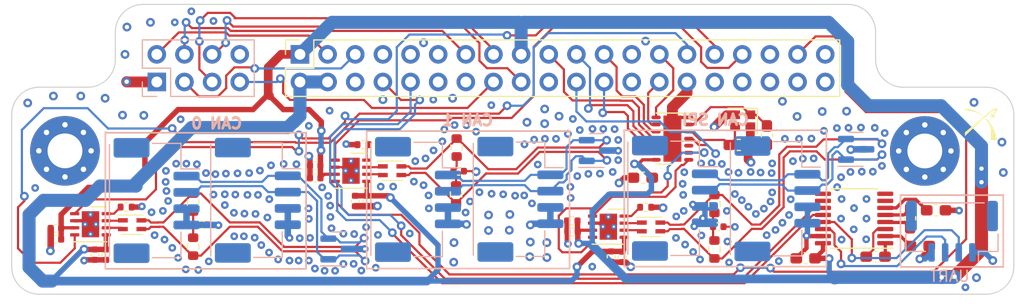
<source format=kicad_pcb>
(kicad_pcb (version 20221018) (generator pcbnew)
  (title_block (title "Jetson Hat Remake ") (rev "V2") (comment 1 "Made by Pedro Conde"))
  (layers (0 "F.Cu" signal) (1 "In1.Cu" power) (2 "In2.Cu" power) (31 "B.Cu" signal) (34 "B.Paste" user) (35 "F.Paste" user) (36 "B.SilkS" user "B.Silkscreen") (37 "F.SilkS" user "F.Silkscreen") (38 "B.Mask" user) (39 "F.Mask" user) (44 "Edge.Cuts" user))
  (net 0 "")
  (net 1 "+5V")
  (net 2 "GND")
  (net 3 "/CAN BUS 0/TERM_CAPA")
  (net 4 "/CAN BUS 1/TERM_CAPA")
  (net 5 "+3V3")
  (net 6 "/CAN BUS SPI/TERM_CAPA")
  (net 7 "/I2C_GP5_DAT")
  (net 8 "/I2C_GP5_CLK")
  (net 9 "/MCLK05")
  (net 10 "/UART1_TX")
  (net 11 "/UART1_RX")
  (net 12 "/UART1_RTS")
  (net 13 "/I2S2_CLK")
  (net 14 "/PWM01")
  (net 15 "/GPIO27_PWM2")
  (net 16 "/GPIO8_AO_DMIC_IN_DAT")
  (net 17 "/GPIO35_PWM3")
  (net 18 "/SPI1_MOSI")
  (net 19 "/SPI1_MISO")
  (net 20 "/GPIO17_40HEADER")
  (net 21 "/SPI1_SCK")
  (net 22 "/SPI1_CS0")
  (net 23 "/SPI1_CS1")
  (net 24 "/I2C_GP2_DAT")
  (net 25 "/I2C_GP2_CLK")
  (net 26 "/CAN0_DIN")
  (net 27 "/CAN0_DOUT")
  (net 28 "/GPIO9_CAN1_GPIO0_DMIC_CLK")
  (net 29 "/CAN1_DOUT")
  (net 30 "/I2S_FS")
  (net 31 "/UART1_CTS")
  (net 32 "/CAN1_DIN")
  (net 33 "/I2S_SDIN")
  (net 34 "/I2S_SDOUT")
  (net 35 "/RS232 to UART/RIN1")
  (net 36 "/RS232 to UART/DOUT1")
  (net 37 "/CAN BUS SPI/CAN+")
  (net 38 "/CAN BUS SPI/CAN-")
  (net 39 "/CAN BUS 1/CAN_SILENT_1")
  (net 40 "/CAN BUS SPI/CHS-")
  (net 41 "/CAN BUS SPI/CHS+")
  (net 42 "/CAN BUS SPI/TDX_SPI")
  (net 43 "/CAN BUS SPI/RDX_SPI")
  (net 49 "/CAN BUS 0/CH0+")
  (net 50 "/CAN BUS 0/CH0-")
  (net 51 "/CAN BUS 1/CH1+")
  (net 52 "/CAN BUS 1/CH1-")
  (net 53 "/CAN BUS 0/CAN+")
  (net 54 "/CAN BUS 0/CAN-")
  (net 55 "/CAN BUS 1/CAN+")
  (net 56 "/CAN BUS 1/CAN-")
  (net 57 "/RS232 to UART/C1+")
  (net 58 "/RS232 to UART/C1-")
  (net 59 "/RS232 to UART/C2-")
  (net 60 "/RS232 to UART/C2+")
  (net 61 "/RS232 to UART/V+")
  (net 62 "/RS232 to UART/V-")
  (net 63 "/SPI to CAN/OSC2")
  (net 64 "/SPI to CAN/OSC1")
  (net 65 "/CAN BUS 0/CAN_SILENT_1")
  (net 66 "/CAN BUS SPI/CAN_SILENT_1")
  (footprint "Capacitor_SMD:C_0603_1608Metric_Pad1.08x0.95mm_HandSolder" (layer "F.Cu") (at 167.2844 103.381)
    (fp_text reference "C11" hide)
    (fp_text value "22pF")
  )
  (footprint "Connector_PinSocket_2.54mm:PinSocket_2x20_P2.54mm_Vertical" (layer "F.Cu") (at 126.970438 95.045962 90)
    (fp_text reference "J5" hide)
    (fp_text value "02x20 2.54 mm Female Socket" hide)
  )
  (footprint "Package_SO:TSSOP-16_4.4x5mm_P0.65mm" (layer "F.Cu") (at 177.8839 110.1488 180)
    (fp_text reference "U6" hide)
    (fp_text value "TRSF3232EIPWR")
  )
  (footprint "Capacitor_SMD:C_0402_1005Metric" (layer "F.Cu") (at 109.140822 113.477822 -90)
    (fp_text reference "C2" hide)
    (fp_text value "100nF")
  )
  (footprint "0_inductor:ACE1V2012-222-R" (layer "F.Cu") (at 159.231778 110.926378 -90)
    (fp_text reference "FL3" hide)
    (fp_text value "ACE1V2012-222-R")
  )
  (footprint "Capacitor_SMD:C_0402_1005Metric" (layer "F.Cu") (at 152.019 111.379 180)
    (fp_text reference "C21" hide)
    (fp_text value "100nF")
  )
  (footprint "Capacitor_SMD:C_0402_1005Metric" (layer "F.Cu") (at 128.3716 105.283 180)
    (fp_text reference "C8" hide)
    (fp_text value "100nF")
  )
  (footprint "Capacitor_SMD:C_0402_1005Metric" (layer "F.Cu") (at 117.960022 110.722222)
    (fp_text reference "C5" hide)
    (fp_text value "4.7nF")
  )
  (footprint "Capacitor_SMD:C_0603_1608Metric_Pad1.08x0.95mm_HandSolder" (layer "F.Cu") (at 183.9225 112.6744)
    (fp_text reference "C15" hide)
    (fp_text value "0.1uF")
  )
  (footprint "Capacitor_SMD:C_0402_1005Metric" (layer "F.Cu") (at 133.110022 108.542022 -90)
    (fp_text reference "C7" hide)
    (fp_text value "100nF")
  )
  (footprint "0_inductor:ACE1V2012-222-R" (layer "F.Cu") (at 111.550022 110.722222 -90)
    (fp_text reference "FL1" hide)
    (fp_text value "ACE1V2012-222-R")
  )
  (footprint "Capacitor_SMD:C_0402_1005Metric" (layer "F.Cu") (at 156.573978 113.686578 -90)
    (fp_text reference "C20" hide)
    (fp_text value "100nF")
  )
  (footprint "Capacitor_SMD:C_0603_1608Metric_Pad1.08x0.95mm_HandSolder" (layer "F.Cu") (at 185.4189 109.3978)
    (fp_text reference "C16" hide)
    (fp_text value "0.1uF")
  )
  (footprint "Package_DFN_QFN:DFN-14-1EP_3x4.5mm_P0.65mm_EP1.65x4.25mm" (layer "F.Cu") (at 161.1898 102.7996 180)
    (fp_text reference "U5" hide)
    (fp_text value "MCP2517FD-xJHA")
  )
  (footprint "Resistor_SMD:R_0603_1608Metric" (layer "F.Cu") (at 141.314622 107.939022 -90)
    (fp_text reference "R6" hide)
    (fp_text value "60R")
  )
  (footprint "Capacitor_SMD:C_0402_1005Metric" (layer "F.Cu") (at 165.403778 110.907378)
    (fp_text reference "C23" hide)
    (fp_text value "4.7nF")
  )
  (footprint "Resistor_SMD:R_0402_1005Metric" (layer "F.Cu") (at 111.003222 109.096622)
    (fp_text reference "R1" hide)
    (fp_text value "4k7")
  )
  (footprint "Resistor_SMD:R_0603_1608Metric" (layer "F.Cu") (at 165.050778 113.002378 -90)
    (fp_text reference "R9" hide)
    (fp_text value "60R")
  )
  (footprint "Capacitor_SMD:C_0402_1005Metric" (layer "F.Cu") (at 132.046022 108.542022 -90)
    (fp_text reference "C6" hide)
    (fp_text value "4.7uF")
  )
  (footprint "0_various:HVSON-8-1EP_3x3mm_P0.65mm_EP1.6x2.4mm_ThermalVias" (layer "F.Cu") (at 107.726422 110.681222)
    (fp_text reference "U1" hide)
    (fp_text value "TCAN1051HGVDRBRQ1")
  )
  (footprint "Resistor_SMD:R_0603_1608Metric" (layer "F.Cu") (at 165.050778 108.812378 -90)
    (fp_text reference "R8" hide)
    (fp_text value "60R")
  )
  (footprint "Crystal:Crystal_SMD_2016-4Pin_2.0x1.6mm" (layer "F.Cu") (at 167.6488 101.157 180)
    (fp_text reference "Y1" hide)
    (fp_text value "CN4040M00010T1521016")
  )
  (footprint "Capacitor_SMD:C_0402_1005Metric" (layer "F.Cu") (at 155.557978 113.658578 -90)
    (fp_text reference "C19" hide)
    (fp_text value "4.7uF")
  )
  (footprint "Capacitor_SMD:C_0603_1608Metric_Pad1.08x0.95mm_HandSolder" (layer "F.Cu") (at 179.8574 113.665 180)
    (fp_text reference "C17" hide)
    (fp_text value "0.1uF")
  )
  (footprint "Resistor_SMD:R_0603_1608Metric" (layer "F.Cu") (at 141.365422 103.621022 -90)
    (fp_text reference "R5" hide)
    (fp_text value "60R")
  )
  (footprint "Capacitor_SMD:C_0603_1608Metric_Pad1.08x0.95mm_HandSolder" (layer "F.Cu") (at 173.4323 113.8174 180)
    (fp_text reference "C14" hide)
    (fp_text value "0.1uF")
  )
  (footprint "LOGO" (layer "F.Cu") (at 189.5602 101.4476)
    (fp_text reference "G***" hide)
    (fp_text value "LOGO" hide)
  )
  (footprint "Capacitor_SMD:C_0402_1005Metric" (layer "F.Cu") (at 151.991 110.363 180)
    (fp_text reference "C22" hide)
    (fp_text value "4.7uF")
  )
  (footprint "Capacitor_SMD:C_0603_1608Metric_Pad1.08x0.95mm_HandSolder" (layer "F.Cu") (at 169.8752 102.4931 -90)
    (fp_text reference "C12" hide)
    (fp_text value "22pF")
  )
  (footprint "Capacitor_SMD:C_0402_1005Metric" (layer "F.Cu") (at 104.549 112.0648 180)
    (fp_text reference "C3" hide)
    (fp_text value "100nF")
  )
  (footprint "Resistor_SMD:R_0603_1608Metric" (layer "F.Cu") (at 117.157822 108.678022 -90)
    (fp_text reference "R2" hide)
    (fp_text value "60R")
  )
  (footprint "Resistor_SMD:R_0603_1608Metric" (layer "F.Cu") (at 117.157822 112.742022 -90)
    (fp_text reference "R3" hide)
    (fp_text value "60R")
  )
  (footprint "Resistor_SMD:R_0402_1005Metric" (layer "F.Cu") (at 158.732978 109.114578)
    (fp_text reference "R7" hide)
    (fp_text value "4k7")
  )
  (footprint "Capacitor_SMD:C_0402_1005Metric" (layer "F.Cu") (at 104.549 111.0488 180)
    (fp_text reference "C4" hide)
    (fp_text value "4.7uF")
  )
  (footprint "Capacitor_SMD:C_0402_1005Metric" (layer "F.Cu") (at 141.553422 105.796022)
    (fp_text reference "C10" hide)
    (fp_text value "4.7nF")
  )
  (footprint "Capacitor_SMD:C_0603_1608Metric_Pad1.08x0.95mm_HandSolder" (layer "F.Cu") (at 183.0324 110.1344 -90)
    (fp_text reference "C18" hide)
    (fp_text value "0.1uF")
  )
  (footprint "Capacitor_SMD:C_0603_1608Metric_Pad1.08x0.95mm_HandSolder" (layer "F.Cu") (at 158.4706 106.4006 180)
    (fp_text reference "C13" hide)
    (fp_text value "0.1uF")
  )
  (footprint "0_various:HVSON-8-1EP_3x3mm_P0.65mm_EP1.6x2.4mm_ThermalVias" (layer "F.Cu") (at 155.303978 110.903578)
    (fp_text reference "U7" hide)
    (fp_text value "TCAN1051HGVDRBRQ1")
  )
  (footprint "Capacitor_SMD:C_0402_1005Metric" (layer "F.Cu") (at 128.3716 106.426 180)
    (fp_text reference "C9" hide)
    (fp_text value "4.7uF")
  )
  (footprint "Resistor_SMD:R_0402_1005Metric" (layer "F.Cu") (at 132.7658 103.3526 180)
    (fp_text reference "R4" hide)
    (fp_text value "4k7")
  )
  (footprint "Capacitor_SMD:C_0402_1005Metric" (layer "F.Cu") (at 108.124822 113.477822 -90)
    (fp_text reference "C1" hide)
    (fp_text value "4.7uF")
  )
  (footprint "0_inductor:ACE1V2012-222-R" (layer "F.Cu") (at 135.435022 105.754622 -90)
    (fp_text reference "FL2" hide)
    (fp_text value "ACE1V2012-222-R")
  )
  (footprint "MountingHole:MountingHole_3.2mm_M3_Pad_Via" (layer "F.Cu") (at 105.380438 103.9238)
    (fp_text reference "H1" hide)
    (fp_text value "M3")
  )
  (footprint "0_various:HVSON-8-1EP_3x3mm_P0.65mm_EP1.6x2.4mm_ThermalVias" (layer "F.Cu") (at 131.660022 105.755022)
    (fp_text reference "U3" hide)
    (fp_text value "TCAN1051HGVDRBRQ1")
  )
  (footprint "MountingHole:MountingHole_3.2mm_M3_Pad_Via" (layer "F.Cu") (at 184.379438 103.935962)
    (fp_text reference "H2" hide)
    (fp_text value "M3")
  )
  (footprint "Package_TO_SOT_SMD:SOT-23" (layer "B.Cu") (at 178.071678 103.785178)
    (fp_text reference "U8" hide)
    (fp_text value "PESD2CANFD27V-TR")
  )
  (footprint "Connector_Molex:Molex_CLIK-Mate_505405-0470_1x04-1MP_P1.50mm_Vertical" (layer "B.Cu") (at 161.427978 108.291578 -90)
    (fp_text reference "J8" hide)
    (fp_text value "CLIK-Mate 502584")
  )
  (footprint "Connector_Molex:Molex_CLIK-Mate_505405-0470_1x04-1MP_P1.50mm_Vertical" (layer "B.Cu") (at 147.2264 108.3818 -90)
    (fp_text reference "J4" hide)
    (fp_text value "CLIK-Mate 502584")
  )
  (footprint "Connector_Molex:Molex_CLIK-Mate_505405-0470_1x04-1MP_P1.50mm_Vertical" (layer "B.Cu") (at 137.817422 108.396222 -90)
    (fp_text reference "J3" hide)
    (fp_text value "CLIK-Mate 502584")
  )
  (footprint "Connector_PinSocket_2.54mm:PinSocket_2x04_P2.54mm_Vertical" (layer "B.Cu") (at 113.818238 97.585962 -90)
    (fp_text reference "J6" hide)
    (fp_text value "02x04 2.54mm Pin Headers" hide)
  )
  (footprint "Connector_JST:JST_GH_BM04B-GHS-TBT_1x04-1MP_P1.25mm_Vertical" (layer "B.Cu") (at 186.8724 111.3224 180)
    (fp_text reference "J7" hide)
    (fp_text value "Conn_01x04")
  )
  (footprint "Package_TO_SOT_SMD:SOT-23" (layer "B.Cu") (at 154.2519 103.8962)
    (fp_text reference "U4" hide)
    (fp_text value "PESD2CANFD27V-TR")
  )
  (footprint "Connector_Molex:Molex_CLIK-Mate_505405-0470_1x04-1MP_P1.50mm_Vertical" (layer "B.Cu") (at 170.844578 108.331378 -90)
    (fp_text reference "J9" hide)
    (fp_text value "CLIK-Mate 502584")
  )
  (footprint "Package_TO_SOT_SMD:SOT-23" (layer "B.Cu") (at 130.517322 112.953022)
    (fp_text reference "U2" hide)
    (fp_text value "PESD2CANFD27V-TR")
  )
  (footprint "Connector_Molex:Molex_CLIK-Mate_505405-0470_1x04-1MP_P1.50mm_Vertical" (layer "B.Cu") (at 123.102822 108.472422 -90)
    (fp_text reference "J2" hide)
    (fp_text value "CLIK-Mate 502584")
  )
  (footprint "Connector_Molex:Molex_CLIK-Mate_505405-0470_1x04-1MP_P1.50mm_Vertical" (layer "B.Cu") (at 113.797022 108.496822 -90)
    (fp_text reference "J1" hide)
    (fp_text value "CLIK-Mate 502584")
  )
  (gr_line (start 156.7434 102.0318) (end 175.3362 102.0318) (stroke (width 0.15)) (layer "B.SilkS"))
  (gr_line (start 182.1434 108.0008) (end 182.1434 114.6048) (stroke (width 0.15)) (layer "B.SilkS"))
  (gr_line (start 182.1434 114.6048) (end 191.5922 114.6048) (stroke (width 0.15)) (layer "B.SilkS"))
  (gr_line (start 175.3362 114.5794) (end 156.7688 114.5794) (stroke (width 0.15)) (layer "B.SilkS"))
  (gr_line (start 127.5334 102.2604) (end 109.093 102.2604) (stroke (width 0.15)) (layer "B.SilkS"))
  (gr_line (start 191.5922 108.0008) (end 182.1434 108.0008) (stroke (width 0.15)) (layer "B.SilkS"))
  (gr_line (start 109.093 114.7826) (end 127.5334 114.7826) (stroke (width 0.15)) (layer "B.SilkS"))
  (gr_line (start 175.3362 102.0318) (end 175.3362 114.5794) (stroke (width 0.15)) (layer "B.SilkS"))
  (gr_line (start 109.093 102.1842) (end 109.093 114.7826) (stroke (width 0.15)) (layer "B.SilkS"))
  (gr_line (start 156.7688 114.5794) (end 156.7688 102.0318) (stroke (width 0.15)) (layer "B.SilkS"))
  (gr_line (start 133.096 102.1588) (end 133.096 114.7572) (stroke (width 0.15)) (layer "B.SilkS"))
  (gr_line (start 133.096 114.7572) (end 151.7396 114.7572) (stroke (width 0.15)) (layer "B.SilkS"))
  (gr_line (start 151.7396 102.108) (end 133.096 102.108) (stroke (width 0.15)) (layer "B.SilkS"))
  (gr_line (start 127.5334 114.7826) (end 127.5334 102.2604) (stroke (width 0.15)) (layer "B.SilkS"))
  (gr_line (start 151.7396 114.7572) (end 151.7396 102.108) (stroke (width 0.15)) (layer "B.SilkS"))
  (gr_line (start 191.5922 114.6048) (end 191.5922 108.0008) (stroke (width 0.15)) (layer "B.SilkS"))
  (gr_arc (start 182.3974 98.0694) (mid 180.601349 97.325451) (end 179.8574 95.5294) (stroke (width 0.1)) (layer "Edge.Cuts"))
  (gr_line (start 190.0174 117.1194) (end 103.0224 117.1194) (stroke (width 0.1)) (layer "Edge.Cuts"))
  (gr_arc (start 190.0174 98.0694) (mid 191.813451 98.813349) (end 192.5574 100.6094) (stroke (width 0.1)) (layer "Edge.Cuts"))
  (gr_arc (start 110.0074 92.9894) (mid 110.751349 91.193349) (end 112.5474 90.4494) (stroke (width 0.1)) (layer "Edge.Cuts"))
  (gr_arc (start 110.0074 95.5294) (mid 109.263451 97.325451) (end 107.4674 98.0694) (stroke (width 0.1)) (layer "Edge.Cuts"))
  (gr_line (start 192.5574 100.6094) (end 192.5574 114.5794) (stroke (width 0.1)) (layer "Edge.Cuts"))
  (gr_arc (start 192.5574 114.5794) (mid 191.813451 116.375451) (end 190.0174 117.1194) (stroke (width 0.1)) (layer "Edge.Cuts"))
  (gr_line (start 179.8574 92.9894) (end 179.8574 95.5294) (stroke (width 0.1)) (layer "Edge.Cuts"))
  (gr_arc (start 100.4824 100.6094) (mid 101.226349 98.813349) (end 103.0224 98.0694) (stroke (width 0.1)) (layer "Edge.Cuts"))
  (gr_line (start 100.4824 114.5794) (end 100.4824 100.6094) (stroke (width 0.1)) (layer "Edge.Cuts"))
  (gr_line (start 103.0224 98.0694) (end 107.4674 98.0694) (stroke (width 0.1)) (layer "Edge.Cuts"))
  (gr_line (start 182.3974 98.0694) (end 190.0174 98.0694) (stroke (width 0.1)) (layer "Edge.Cuts"))
  (gr_arc (start 177.3174 90.4494) (mid 179.113451 91.193349) (end 179.8574 92.9894) (stroke (width 0.1)) (layer "Edge.Cuts"))
  (gr_line (start 112.5474 90.4494) (end 177.3174 90.4494) (stroke (width 0.1)) (layer "Edge.Cuts"))
  (gr_arc (start 103.0224 117.1194) (mid 101.226349 116.375451) (end 100.4824 114.5794) (stroke (width 0.1)) (layer "Edge.Cuts"))
  (gr_line (start 110.0074 95.5294) (end 110.0074 92.9894) (stroke (width 0.1)) (layer "Edge.Cuts"))
  (gr_text "CAN SPI\n" (at 168.3512 101.6508) (layer "B.SilkS") (effects (font (size 1 1) (thickness 0.25) bold) (justify left bottom mirror)))
  (gr_text "CAN 1\n" (at 144.8562 101.7016) (layer "B.SilkS") (effects (font (size 1 1) (thickness 0.25) bold) (justify left bottom mirror)))
  (gr_text "CAN 0" (at 121.793 101.981) (layer "B.SilkS") (effects (font (size 1 1) (thickness 0.25) bold) (justify left bottom mirror)))
  (gr_text "UART" (at 188.595 116.0526) (layer "B.SilkS") (effects (font (size 1 1)) (justify left bottom mirror)))
  (segment (start 109.140822 112.997822) (end 108.124822 112.997822) (width 0.5) (layer "F.Cu") (net 1))
  (segment (start 109.140822 112.997822) (end 109.140822 111.691822) (width 0.4) (layer "F.Cu") (net 1))
  (segment (start 135.113022 108.062022) (end 133.110022 108.062022) (width 0.5) (layer "F.Cu") (net 1))
  (segment (start 152.4254 114.5975) (end 153.844322 113.178578) (width 0.5) (layer "F.Cu") (net 1))
  (segment (start 153.844322 113.178578) (end 155.557978 113.178578) (width 0.5) (layer "F.Cu") (net 1))
  (segment (start 133.110022 108.062022) (end 132.046022 108.062022) (width 0.5) (layer "F.Cu") (net 1))
  (segment (start 108.124822 112.997822) (end 107.155822 112.997822) (width 0.5) (layer "F.Cu") (net 1))
  (segment (start 156.753978 113.026578) (end 156.573978 113.206578) (width 0.4) (layer "F.Cu") (net 1))
  (segment (start 107.155822 112.997822) (end 107.1372 112.9792) (width 0.5) (layer "F.Cu") (net 1))
  (segment (start 109.140822 111.691822) (end 109.176422 111.656222) (width 0.4) (layer "F.Cu") (net 1))
  (segment (start 135.2804 108.2294) (end 135.113022 108.062022) (width 0.5) (layer "F.Cu") (net 1))
  (segment (start 156.545978 113.178578) (end 156.573978 113.206578) (width 0.5) (layer "F.Cu") (net 1))
  (segment (start 155.557978 113.178578) (end 156.545978 113.178578) (width 0.5) (layer "F.Cu") (net 1))
  (segment (start 133.110022 106.730022) (end 133.110022 108.062022) (width 0.4) (layer "F.Cu") (net 1))
  (segment (start 156.753978 111.878578) (end 156.753978 113.026578) (width 0.4) (layer "F.Cu") (net 1))
  (via (at 135.2804 108.2294) (size 0.8) (drill 0.4) (layers "F.Cu" "B.Cu") (net 1))
  (via (at 152.4254 114.5975) (size 0.8) (drill 0.4) (layers "F.Cu" "B.Cu") (net 1))
  (via (at 107.1372 112.9792) (size 0.8) (drill 0.4) (layers "F.Cu" "B.Cu") (net 1))
  (segment (start 107.047229 112.9792) (end 104.1756 115.850829) (width 0.5) (layer "B.Cu") (net 1))
  (segment (start 126.970438 100.715162) (end 126.970438 97.585962) (width 1.2) (layer "B.Cu") (net 1))
  (segment (start 111.915097 107.1626) (end 111.915097 106.879757) (width 1.2) (layer "B.Cu") (net 1))
  (segment (start 104.1756 115.9104) (end 103.3374 115.9104) (width 1.2) (layer "B.Cu") (net 1))
  (segment (start 152.4254 114.5975) (end 152.4254 115.3922) (width 0.5) (layer "B.Cu") (net 1))
  (segment (start 139.6492 114.8842) (end 138.623 115.9104) (width 0.5) (layer "B.Cu") (net 1))
  (segment (start 139.6492 112.5982) (end 139.6492 114.8842) (width 0.5) (layer "B.Cu") (net 1))
  (segment (start 125.861743 101.7778) (end 126.375943 101.2636) (width 1.2) (layer "B.Cu") (net 1))
  (segment (start 103.3374 115.9104) (end 102.0826 114.6556) (width 1.2) (layer "B.Cu") (net 1))
  (segment (start 151.9174 115.9002) (end 138.6332 115.9002) (width 0.5) (layer "B.Cu") (net 1))
  (segment (start 152.4254 115.3922) (end 151.9174 115.9002) (width 0.5) (layer "B.Cu") (net 1))
  (segment (start 138.623 115.9104) (end 104.1756 115.9104) (width 0.8) (layer "B.Cu") (net 1))
  (segment (start 126.970438 97.585962) (end 129.510438 97.585962) (width 1.2) (layer "B.Cu") (net 1))
  (segment (start 107.272386 108.4834) (end 108.593186 107.1626) (width 1.2) (layer "B.Cu") (net 1))
  (segment (start 138.6332 115.9002) (end 138.623 115.9104) (width 0.5) (layer "B.Cu") (net 1))
  (segment (start 111.915097 106.879757) (end 117.017054 101.7778) (width 1.2) (layer "B.Cu") (net 1))
  (segment (start 126.422 101.2636) (end 126.970438 100.715162) (width 1.2) (layer "B.Cu") (net 1))
  (segment (start 104.1756 115.850829) (end 104.1756 115.9104) (width 0.5) (layer "B.Cu") (net 1))
  (segment (start 107.1372 112.9792) (end 107.047229 112.9792) (width 0.5) (layer "B.Cu") (net 1))
  (segment (start 102.0826 109.8042) (end 103.4034 108.4834) (width 1.2) (layer "B.Cu") (net 1))
  (segment (start 135.2804 108.2294) (end 139.6492 112.5982) (width 0.5) (layer "B.Cu") (net 1))
  (segment (start 108.593186 107.1626) (end 111.915097 107.1626) (width 1.2) (layer "B.Cu") (net 1))
  (segment (start 126.375943 101.2636) (end 126.422 101.2636) (width 1.2) (layer "B.Cu") (net 1))
  (segment (start 103.4034 108.4834) (end 107.272386 108.4834) (width 1.2) (layer "B.Cu") (net 1))
  (segment (start 102.0826 114.6556) (end 102.0826 109.8042) (width 1.2) (layer "B.Cu") (net 1))
  (segment (start 117.017054 101.7778) (end 125.861743 101.7778) (width 1.2) (layer "B.Cu") (net 1))
  (segment (start 162.6898 100.8496) (end 161.43 100.8496) (width 0.3) (layer "F.Cu") (net 2))
  (segment (start 168.3488 101.707) (end 168.3488 103.1791) (width 0.8) (layer "F.Cu") (net 2))
  (segment (start 162.530438 97.585962) (end 162.530438 98.581562) (width 1) (layer "F.Cu") (net 2))
  (segment (start 132.046022 109.022022) (end 133.110022 109.022022) (width 0.6) (layer "F.Cu") (net 2))
  (segment (start 131.160022 105.755022) (end 132.160022 105.755022) (width 0.5) (layer "F.Cu") (net 2))
  (segment (start 107.726422 110.181222) (end 107.226422 110.681222) (width 0.5) (layer "F.Cu") (net 2))
  (segment (start 107.226422 110.681222) (end 108.226422 110.681222) (width 0.5) (layer "F.Cu") (net 2))
  (segment (start 169.7228 103.381) (end 169.7482 103.3556) (width 0.8) (layer "F.Cu") (net 2))
  (segment (start 107.726422 109.781222) (end 107.726422 111.581222) (width 0.5) (layer "F.Cu") (net 2))
  (segment (start 131.660022 106.255022) (end 131.160022 105.755022) (width 0.5) (layer "F.Cu") (net 2))
  (segment (start 104.069 112.0648) (end 104.069 113.101) (width 0.6) (layer "F.Cu") (net 2))
  (segment (start 160.270178 109.114578) (end 160.3248 109.1692) (width 0.5) (layer "F.Cu") (net 2))
  (segment (start 155.303978 110.003578) (end 155.303978 111.803578) (width 0.5) (layer "F.Cu") (net 2))
  (segment (start 166.1438 100.607) (end 165.0238 101.727) (width 0.8) (layer "F.Cu") (net 2))
  (segment (start 132.2558 103.3526) (end 131.2672 103.3526) (width 0.5) (layer "F.Cu") (net 2))
  (segment (start 155.803978 110.903578) (end 155.803978 111.303578) (width 0.5) (layer "F.Cu") (net 2))
  (segment (start 173.5466 111.7738) (end 173.5074 111.7346) (width 0.4) (layer "F.Cu") (net 2))
  (segment (start 104.069 113.101) (end 104.0384 113.1316) (width 0.6) (layer "F.Cu") (net 2))
  (segment (start 111.513222 109.096622) (end 112.391378 109.096622) (width 0.5) (layer "F.Cu") (net 2))
  (segment (start 151.539 112.4378) (end 151.5872 112.486) (width 0.5) (layer "F.Cu") (net 2))
  (segment (start 161.1898 100.6094) (end 161.1898 99.9222) (width 0.3) (layer "F.Cu") (net 2))
  (segment (start 173.5074 112.8798) (end 172.5698 113.8174) (width 0.4) (layer "F.Cu") (net 2))
  (segment (start 155.303978 110.403578) (end 155.803978 110.903578) (width 0.5) (layer "F.Cu") (net 2))
  (segment (start 155.303978 110.003578) (end 155.303978 110.403578) (width 0.5) (layer "F.Cu") (net 2))
  (segment (start 131.660022 105.255022) (end 131.160022 105.755022) (width 0.5) (layer "F.Cu") (net 2))
  (segment (start 151.539 111.379) (end 151.539 112.4378) (width 0.5) (layer "F.Cu") (net 2))
  (segment (start 154.803978 110.903578) (end 155.803978 110.903578) (width 0.5) (layer "F.Cu") (net 2))
  (segment (start 127.8916 106.426) (end 127.8916 105.283) (width 0.5) (layer "F.Cu") (net 2))
  (segment (start 186.2814 109.3978) (end 187.5028 109.3978) (width 0.5) (layer "F.Cu") (net 2))
  (segment (start 155.585978 114.166578) (end 155.557978 114.138578) (width 0.5) (layer "F.Cu") (net 2))
  (segment (start 133.110022 109.022022) (end 134.064881 109.022022) (width 0.6) (layer "F.Cu") (net 2))
  (segment (start 130.210022 105.430022) (end 130.835022 105.430022) (width 0.2) (layer "F.Cu") (net 2))
  (segment (start 155.803978 111.303578) (end 155.303978 111.803578) (width 0.5) (layer "F.Cu") (net 2))
  (segment (start 166.9488 100.607) (end 166.1438 100.607) (width 0.8) (layer "F.Cu") (net 2))
  (segment (start 107.401422 110.356222) (end 107.726422 110.681222) (width 0.3) (layer "F.Cu") (net 2))
  (segment (start 159.242978 109.114578) (end 160.270178 109.114578) (width 0.5) (layer "F.Cu") (net 2))
  (segment (start 107.726422 109.781222) (end 107.726422 110.181222) (width 0.5) (layer "F.Cu") (net 2))
  (segment (start 153.853978 110.578578) (end 154.478978 110.578578) (width 0.3) (layer "F.Cu") (net 2))
  (segment (start 107.726422 111.581222) (end 107.726422 111.181222) (width 0.5) (layer "F.Cu") (net 2))
  (segment (start 155.303978 110.403578) (end 154.803978 110.903578) (width 0.5) (layer "F.Cu") (net 2))
  (segment (start 131.660022 105.255022) (end 132.160022 105.755022) (width 0.5) (layer "F.Cu") (net 2))
  (segment (start 151.511 110.363) (end 151.511 111.351) (width 0.5) (layer "F.Cu") (net 2))
  (segment (start 156.573978 114.166578) (end 155.585978 114.166578) (width 0.5) (layer "F.Cu") (net 2))
  (segment (start 155.303978 111.403578) (end 154.803978 110.903578) (width 0.5) (layer "F.Cu") (net 2))
  (segment (start 156.930332 114.166578) (end 156.573978 114.166578) (width 0.5) (layer "F.Cu") (net 2))
  (segment (start 119.434422 110.722222) (end 119.4816 110.7694) (width 0.2) (layer "F.Cu") (net 2))
  (segment (start 168.1469 103.381) (end 169.7228 103.381) (width 0.8) (layer "F.Cu") (net 2))
  (segment (start 104.069 111.0488) (end 104.069 112.0648) (width 0.6) (layer "F.Cu") (net 2))
  (segment (start 166.914378 110.907378) (end 166.9288 110.9218) (width 0.2) (layer "F.Cu") (net 2))
  (segment (start 161.1898 99.9222) (end 161.1898 102.7996) (width 1) (layer "F.Cu") (net 2))
  (segment (start 168.1469 104.725778) (end 168.402 104.980878) (width 0.8) (layer "F.Cu") (net 2))
  (segment (start 184.785 112.6744) (end 184.785 113.0046) (width 0.5) (layer "F.Cu") (net 2))
  (segment (start 106.276422 110.356222) (end 107.401422 110.356222) (width 0.3) (layer "F.Cu") (net 2))
  (segment (start 143.108622 105.796022) (end 143.1544 105.8418) (width 0.2) (layer "F.Cu") (net 2))
  (segment (start 131.660022 106.255022) (end 132.160022 105.755022) (width 0.5) (layer "F.Cu") (net 2))
  (segment (start 107.726422 111.181222) (end 108.226422 110.681222) (width 0.5) (layer "F.Cu") (net 2))
  (segment (start 109.140822 113.957822) (end 108.124822 113.957822) (width 0.5) (layer "F.Cu") (net 2))
  (segment (start 155.303978 111.803578) (end 155.303978 111.403578) (width 0.5) (layer "F.Cu") (net 2))
  (segment (start 107.726422 110.181222) (end 108.226422 110.681222) (width 0.5) (layer "F.Cu") (net 2))
  (segment (start 107.726422 110.681222) (end 107.226422 110.681222) (width 0.3) (layer "F.Cu") (net 2))
  (segment (start 108.124822 113.957822) (end 107.199978 113.957822) (width 0.5) (layer "F.Cu") (net 2))
  (segment (start 111.073362 97.585962) (end 111.0488 97.5614) (width 1) (layer "F.Cu") (net 2))
  (segment (start 131.660022 104.855022) (end 131.660022 106.655022) (width 0.5) (layer "F.Cu") (net 2))
  (segment (start 184.785 113.0046) (end 183.9214 113.8682) (width 0.5) (layer "F.Cu") (net 2))
  (segment (start 112.391378 109.096622) (end 112.4458 109.0422) (width 0.5) (layer "F.Cu") (net 2))
  (segment (start 107.726422 111.181222) (end 107.226422 110.681222) (width 0.5) (layer "F.Cu") (net 2))
  (segment (start 157.6081 106.4006) (end 156.7688 106.4006) (width 0.5) (layer "F.Cu") (net 2))
  (segment (start 134.064881 109.022022) (end 134.0866 109.000303) (width 0.6) (layer "F.Cu") (net 2))
  (segment (start 131.660022 106.655022) (end 131.660022 106.255022) (width 0.5) (layer "F.Cu") (net 2))
  (segment (start 154.478978 110.578578) (end 154.803978 110.903578) (width 0.3) (layer "F.Cu") (net 2))
  (segment (start 118.440022 110.722222) (end 119.434422 110.722222) (width 0.2) (layer "F.Cu") (net 2))
  (segment (start 131.2672 103.3526) (end 131.2164 103.3018) (width 0.5) (layer "F.Cu") (net 2))
  (segment (start 173.5074 111.7346) (end 173.5074 112.8798) (width 0.4) (layer "F.Cu") (net 2))
  (segment (start 168.1469 103.381) (end 168.1469 104.725778) (width 0.8) (layer "F.Cu") (net 2))
  (segment (start 142.033422 105.796022) (end 143.108622 105.796022) (width 0.2) (layer "F.Cu") (net 2))
  (segment (start 127.8916 105.283) (end 127.8916 104.5236) (width 0.5) (layer "F.Cu") (net 2))
  (segment (start 161.43 100.8496) (end 161.1898 100.6094) (width 0.3) (layer "F.Cu") (net 2))
  (segment (start 168.3488 103.1791) (end 168.1469 103.381) (width 0.8) (layer "F.Cu") (net 2))
  (segment (start 127.8916 104.5236) (end 127.7874 104.4194) (width 0.5) (layer "F.Cu") (net 2))
  (segment (start 165.883778 110.907378) (end 166.914378 110.907378) (width 0.2) (layer "F.Cu") (net 2))
  (segment (start 151.511 111.351) (end 151.539 111.379) (width 0.5) (layer "F.Cu") (net 2))
  (segment (start 113.818238 97.585962) (end 111.073362 97.585962) (width 1) (layer "F.Cu") (net 2))
  (segment (start 156.7688 106.4006) (end 156.2862 106.8832) (width 0.5) (layer "F.Cu") (net 2))
  (segment (start 107.199978 113.957822) (end 107.1372 114.0206) (width 0.5) (layer "F.Cu") (net 2))
  (segment (start 131.660022 104.855022) (end 131.660022 105.255022) (width 0.5) (layer "F.Cu") (net 2))
  (segment (start 175.0214 111.7738) (end 173.5466 111.7738) (width 0.4) (layer "F.Cu") (net 2))
  (segment (start 162.530438 98.581562) (end 161.1898 99.9222) (width 1) (layer "F.Cu") (net 2))
  (segment (start 157.361254 114.5975) (end 156.930332 114.166578) (width 0.5) (layer "F.Cu") (net 2))
  (segment (start 130.835022 105.430022) (end 131.160022 105.755022) (width 0.2) (layer "F.Cu") (net 2))
  (segment (start 187.5028 109.3978) (end 187.5282 109.4232) (width 0.5) (layer "F.Cu") (net 2))
  (via (at 143.4592 107.7313) (size 0.7) (drill 0.3) (layers "F.Cu" "B.Cu") (net 2))
  (via (at 116.5352 105.1052) (size 0.7) (drill 0.3) (layers "F.Cu" "B.Cu") (net 2))
  (via (at 127.7874 104.4194) (size 0.8) (drill 0.4) (layers "F.Cu" "B.Cu") (net 2))
  (via (at 109.0676 99.0854) (size 0.8) (drill 0.4) (layers "F.Cu" "B.Cu") (net 2))
  (via (at 132.9182 112.9538) (size 0.7) (drill 0.3) (layers "F.Cu" "B.Cu") (net 2))
  (via (at 162.1282 106.9594) (size 0.7) (drill 0.3) (layers "F.Cu" "B.Cu") (net 2))
  (via (at 139.2174 99.2124) (size 0.7) (drill 0.3) (layers "F.Cu" "B.Cu") (net 2))
  (via (at 157.361254 114.5975) (size 0.8) (drill 0.4) (layers "F.Cu" "B.Cu") (net 2))
  (via (at 163.068 108.8644) (size 0.7) (drill 0.3) (layers "F.Cu" "B.Cu") (net 2))
  (via (at 114.6556 105.7656) (size 0.7) (drill 0.3) (layers "F.Cu" "B.Cu") (net 2))
  (via (at 142.2654 101.5746) (size 0.7) (drill 0.3) (layers "F.Cu" "B.Cu") (net 2))
  (via (at 166.3954 114.1984) (size 0.7) (drill 0.3) (layers "F.Cu" "B.Cu") (net 2))
  (via (at 134.3914 107.2134) (size 0.7) (drill 0.3) (layers "F.Cu" "B.Cu") (net 2))
  (via (at 129.7432 108.966) (size 0.7) (drill 0.3) (layers "F.Cu" "B.Cu") (net 2))
  (via (at 153.8478 101.9048) (size 0.7) (drill 0.3) (layers "F.Cu" "B.Cu") (net 2))
  (via (at 115.5954 105.1052) (size 0.7) (drill 0.3) (layers "F.Cu" "B.Cu") (net 2))
  (via (at 147.828 101.2952) (size 0.8) (drill 0.4) (layers "F.Cu" "B.Cu") (net 2))
  (via (at 180.4416 105.3084) (size 0.7) (drill 0.3) (layers "F.Cu" "B.Cu") (net 2))
  (via (at 129.7686 110.0074) (size 0.7) (drill 0.3) (layers "F.Cu" "B.Cu") (net 2))
  (via (at 119.2022 106.0704) (size 0.7) (drill 0.3) (layers "F.Cu" "B.Cu") (net 2))
  (via (at 175.1076 102.0826) (size 0.7) (drill 0.3) (layers "F.Cu" "B.Cu") (net 2))
  (via (at 128.3462 114.7572) (size 0.7) (drill 0.3) (layers "F.Cu" "B.Cu") (net 2))
  (via (at 171.9072 109.8296) (size 0.7) (drill 0.3) (layers "F.Cu" "B.Cu") (net 2))
  (via (at 122.809 111.9124) (size 0.7) (drill 0.3) (layers "F.Cu" "B.Cu") (net 2))
  (via (at 167.5638 108.458) (size 0.7) (drill 0.3) (layers "F.Cu" "B.Cu") (net 2))
  (via (at 149.4536 100.076) (size 0.8) (drill 0.4) (layers "F.Cu" "B.Cu") (net 2))
  (via (at 118.3386 105.9688) (size 0.7) (drill 0.3) (layers "F.Cu" "B.Cu") (net 2))
  (via (at 177.3682 101.8032) (size 0.7) (drill 0.3) (layers "F.Cu" "B.Cu") (net 2))
  (via (at 124.1552 108.371922) (size 0.7) (drill 0.3) (layers "F.Cu" "B.Cu") (net 2))
  (via (at 113.6142 111.6838) (size 0.7) (drill 0.3) (layers "F.Cu" "B.Cu") (net 2))
  (via (at 168.1734 109.0676) (size 0.7) (drill 0.3) (layers "F.Cu" "B.Cu") (net 2))
  (via (at 177.8762 109.1946) (size 0.7) (drill 0.3) (layers "F.Cu" "B.Cu") (net 2))
  (via (at 111.0488 97.5614) (size 0.8) (drill 0.4) (layers "F.Cu" "B.Cu") (net 2))
  (via (at 102.6414 107.3404) (size 0.7) (drill 0.3) (layers "F.Cu" "B.Cu") (net 2))
  (via (at 166.9288 107.8992) (size 0.7) (drill 0.3) (layers "F.Cu" "B.Cu") (net 2))
  (via (at 171.2976 99.3648) (size 0.8) (drill 0.4) (layers "F.Cu" "B.Cu") (net 2))
  (via (at 176.3014 101.8286) (size 0.7) (drill 0.3) (layers "F.Cu" "B.Cu") (net 2))
  (via (at 132.609926 114.943815) (size 0.7) (drill 0.3) (layers "F.Cu" "B.Cu") (net 2))
  (via (at 152.0444 100.9904) (size 0.7) (drill 0.3) (layers "F.Cu" "B.Cu") (net 2))
  (via (at 143.1544 102.1588) (size 0.7) (drill 0.3) (layers "F.Cu" "B.Cu") (net 2))
  (via (at 134.0866 109.000303) (size 0.8) (drill 0.4) (layers "F.Cu" "B.Cu") (net 2))
  (via (at 127.7874 114.0206) (size 0.7) (drill 0.3) (layers "F.Cu" "B.Cu") (net 2))
  (via (at 115.4684 92.1004) (size 0.7) (drill 0.3) (layers "F.Cu" "B.Cu") (net 2))
  (via (at 127.7874 101.6254) (size 0.7) (drill 0.3) (layers "F.Cu" "B.Cu") (net 2))
  (via (at 163.0934 113.2332) (size 0.7) (drill 0.3) (layers "F.Cu" "B.Cu") (net 2))
  (via (at 124.968 113.919) (size 0.7) (drill 0.3) (layers "F.Cu" "B.Cu") (net 2))
  (via (at 116.4844 114.8334) (size 0.7) (drill 0.3) (layers "F.Cu" "B.Cu") (net 2))
  (via (at 191.4652 103.124) (size 0.8) (drill 0.4) (layers "F.Cu" "B.Cu") (net 2))
  (via (at 124.3076 105.2576) (size 0.7) (drill 0.3) (layers "F.Cu" "B.Cu") (net 2))
  (via (at 130.9624 111.5568) (size 0.7) (drill 0.3) (layers "F.Cu" "B.Cu") (net 2))
  (via (at 178.5874 105.8418) (size 0.7) (drill 0.3) (layers "F.Cu" "B.Cu") (net 2))
  (via (at 163.195 110.871) (size 0.7) (drill 0.3) (layers "F.Cu" "B.Cu") (net 2))
  (via (at 189.1284 115.5954) (size 0.8) (drill 0.4) (layers "F.Cu" "B.Cu") (net 2))
  (via (at 151.8158 107.2388) (size 0.7) (drill 0.3) (layers "F.Cu" "B.Cu") (net 2))
  (via (at 151.5872 102.362) (size 0.7) (drill 0.3) (layers "F.Cu" "B.Cu") (net 2))
  (via (at 149.6568 113.7412) (size 0.8) (drill 0.4) (layers "F.Cu" "B.Cu") (net 2))
  (via (at 113.3348 109.5756) (size 0.7) (drill 0.3) (layers "F.Cu" "B.Cu") (net 2))
  (via (at 140.9954 99.0854) (size 0.8) (drill 0.4) (layers "F.Cu" "B.Cu") (net 2))
  (via (at 170.357478 105.0798) (size 0.7) (drill 0.3) (layers "F.Cu" "B.Cu") (net 2))
  (via (at 147.5994 103.3272) (size 0.7) (drill 0.3) (layers "F.Cu" "B.Cu") (net 2))
  (via (at 176.3268 107.2642) (size 0.7) (drill 0.3) (layers "F.Cu" "B.Cu") (net 2))
  (via (at 119.0244 91.9734) (size 0.7) (drill 0.3) (layers "F.Cu" "B.Cu") (net 2))
  (via (at 173.1772 104.648) (size 0.7) (drill 0.3) (layers "F.Cu" "B.Cu") (net 2))
  (via (at 131.9022 114.3254) (size 0.7) (drill 0.3) (layers "F.Cu" "B.Cu") (net 2))
  (via (at 172.0596 108.3818) (size 0.7) (drill 0.3) (layers "F.Cu" "B.Cu") (net 2))
  (via (at 114.3762 109.4486) (size 0.7) (drill 0.3) (layers "F.Cu" "B.Cu") (net 2))
  (via (at 142.5956 108.585) (size 0.7) (drill 0.3) (layers "F.Cu" "B.Cu") (net 2))
  (via (at 138.5062 104.6226) (size 0.7) (drill 0.3) (layers "F.Cu" "B.Cu") (net 2))
  (via (at 134.1374 111.6584) (size 0.7) (drill 0.3) (layers "F.Cu" "B.Cu") (net 2))
  (via (at 176.6824 106.3498) (size 0.7) (drill 0.3) (layers "F.Cu" "B.Cu") (net 2))
  (via (at 121.031 107.95) (size 0.7) (drill 0.3) (layers "F.Cu" "B.Cu") (net 2))
  (via (at 153.8224 114.5794) (size 0.7) (drill 0.3) (layers "F.Cu" "B.Cu") (net 2))
  (via (at 172.6438 100.7618) (size 0.8) (drill 0.4) (layers "F.Cu" "B.Cu") (net 2))
  (via (at 179.0192 110.1598) (size 0.7) (drill 0.3) (layers "F.Cu" "B.Cu") (net 2))
  (via (at 114.6302 106.7816) (size 0.7) (drill 0.3) (layers "F.Cu" "B.Cu") (net 2))
  (via (at 142.2654 110.6932) (size 0.8) (drill 0.4) (layers "F.Cu" "B.Cu") (net 2))
  (via (at 137.0584 111.5314) (size 0.7) (drill 0.3) (layers "F.Cu" "B.Cu") (net 2))
  (via (at 127.7874 110.1852) (size 0.7) (drill 0.3) (layers "F.Cu" "B.Cu") (net 2))
  (via (at 140.0556 103.0478) (size 0.7) (drill 0.3) (layers "F.Cu" "B.Cu") (net 2))
  (via (at 125.476 105.1306) (size 0.7) (drill 0.3) (layers "F.Cu" "B.Cu") (net 2))
  (via (at 158.7246 93.8276) (size 0.8) (drill 0.4) (layers "F.Cu" "B.Cu") (net 2))
  (via (at 144.2974 109.8296) (size 0.8) (drill 0.4) (layers "F.Cu" "B.Cu") (net 2))
  (via (at 114.8588 108.5342) (size 0.7) (drill 0.3) (layers "F.Cu" "B.Cu") (net 2))
  (via (at 170.6626 111.2012) (size 0.7) (drill 0.3) (layers "F.Cu" "B.Cu") (net 2))
  (via (at 121.8184 111.7854) (size 0.7) (drill 0.3) (layers "F.Cu" "B.Cu") (net 2))
  (via (at 114.5286 112.0902) (size 0.7) (drill 0.3) (layers "F.Cu" "B.Cu") (net 2))
  (via (at 131.2164 103.3018) (size 0.7) (drill 0.3) (layers "F.Cu" "B.Cu") (net 2))
  (via (at 177.546 105.8672) (size 0.7) (drill 0.3) (layers "F.Cu" "B.Cu") (net 2))
  (via (at 173.9646 102.7938) (size 0.7) (drill 0.3) (layers "F.Cu" "B.Cu") (net 2))
  (via (at 173.5074 111.7346) (size 0.7) (drill 0.3) (layers "F.Cu" "B.Cu") (net 2))
  (via (at 142.1892 109.601) (size 0.7) (drill 0.3) (layers "F.Cu" "B.Cu") (net 2))
  (via (at 191.5922 105.918) (size 0.8) (drill 0.4) (layers "F.Cu" "B.Cu") (net 2))
  (via (at 119.0244 107.95) (size 0.7) (drill 0.3) (layers "F.Cu" "B.Cu") (net 2))
  (via (at 147.574 108.0262) (size 0.7) (drill 0.3) (layers "F.Cu" "B.Cu") (net 2))
  (via (at 177.1904 100.2792) (size 0.8) (drill 0.4) (layers "F.Cu" "B.Cu") (net 2))
  (via (at 129.007814 107.290522) (size 0.7) (drill 0.3) (layers "F.Cu" "B.Cu") (net 2))
  (via (at 176.7332 108.3564) (size 0.7) (drill 0.3) (layers "F.Cu" "B.Cu") (net 2))
  (via (at 126.6444 105.156) (size 0.7) (drill 0.3) (layers "F.Cu" "B.Cu") (net 2))
  (via (at 120.904 109.6264) (size 0.7) (drill 0.3) (layers "F.Cu" "B.Cu") (net 2))
  (via (at 166.3446 105.8672) (size 0.7) (drill 0.3) (layers "F.Cu" "B.Cu") (net 2))
  (via (at 148.082 113.665) (size 0.8) (drill 0.4) (layers "F.Cu" "B.Cu") (net 2))
  (via (at 126.9492 111.9632) (size 0.7) (drill 0.3) (layers "F.Cu" "B.Cu") (net 2))
  (via (at 166.243 112.268) (size 0.7) (drill 0.3) (layers "F.Cu" "B.Cu") (net 2))
  (via (at 112.6236 100.6602) (size 0.8) (drill 0.4) (layers "F.Cu" "B.Cu") (net 2))
  (via (at 130.9624 114.3254) (size 0.7) (drill 0.3) (layers "F.Cu" "B.Cu") (net 2))
  (via (at 160.3248 109.1692) (size 0.8) (drill 0.4) (layers "F.Cu" "B.Cu") (net 2))
  (via (at 110.8964 95.0468) (size 0.8) (drill 0.4) (layers "F.Cu" "B.Cu") (net 2))
  (via (at 168.402 104.980878) (size 0.8) (drill 0.4) (layers "F.Cu" "B.Cu") (net 2))
  (via (at 120.0658 108.9152) (size 0.7) (drill 0.3) (layers "F.Cu" "B.Cu") (net 2))
  (via (at 152.6794 102.0064) (size 0.7) (drill 0.3) (layers "F.Cu" "B.Cu") (net 2))
  (via (at 148.8186 105.1814) (size 0.7) (drill 0.3) (layers "F.Cu" "B.Cu") (net 2))
  (via (at 130.2004 114.9604) (size 0.7) (drill 0.3) (layers "F.Cu" "B.Cu") (net 2))
  (via (at 177.5714 103.8098) (size 0.8) (drill 0.4) (layers "F.Cu" "B.Cu") (net 2))
  (via (at 138.7856 108.0262) (size 0.7) (drill 0.3) (layers "F.Cu" "B.Cu") (net 2))
  (via (at 139.2428 103.886) (size 0.7) (drill 0.3) (layers "F.Cu" "B.Cu") (net 2))
  (via (at 165.735 105.1306) (size 0.7) (drill 0.3) (layers "F.Cu" "B.Cu") (net 2))
  (via (at 144.5514 99.7204) (size 0.7) (drill 0.3) (layers "F.Cu" "B.Cu") (net 2))
  (via (at 117.6274 114.8842) (size 0.7) (drill 0.3) (layers "F.Cu" "B.Cu") (net 2))
  (via (at 188.1124 116.4844) (size 0.7) (drill 0.3) (layers "F.Cu" "B.Cu") (net 2))
  (via (at 162.179 107.9754) (size 0.7) (drill 0.3) (layers "F.Cu" "B.Cu") (net 2))
  (via (at 174.1678 104.6226) (size 0.7) (drill 0.3) (layers "F.Cu" "B.Cu") (net 2))
  (via (at 113.2332 92.1004) (size 0.8) (drill 0.4) (layers "F.Cu" "B.Cu") (net 2))
  (via (at 137.5664 104.8766) (size 0.7) (drill 0.3) (layers "F.Cu" "B.Cu") (net 2))
  (via (at 155.702 105.8672) (size 0.7) (drill 0.3) (layers "F.Cu" "B.Cu") (net 2))
  (via (at 148.1328 110.744) (size 0.8) (drill 0.4) (layers "F.Cu" "B.Cu") (net 2))
  (via (at 156.21 104.775) (size 0.7) (drill 0.3) (layers "F.Cu" "B.Cu") (net 2))
  (via (at 126.0094 111.9378) (size 0.7) (drill 0.3) (layers "F.Cu" "B.Cu") (net 2))
  (via (at 106.8324 98.8822) (size 0.8) (drill 0.4) (layers "F.Cu" "B.Cu") (net 2))
  (via (at 166.1922 109.4486) (size 0.7) (drill 0.3) (layers "F.Cu" "B.Cu") (net 2))
  (via (at 101.9556 99.5172) (size 0.8) (drill 0.4) (layers "F.Cu" "B.Cu") (net 2))
  (via (at 176.6824 110.1598) (size 0.7) (drill 0.3) (layers "F.Cu" "B.Cu") (net 2))
  (via (at 174.9552 100.3046) (size 0.8) (drill 0.4) (layers "F.Cu" "B.Cu") (net 2))
  (via (at 138.3284 107.0864) (size 0.7) (drill 0.3) (layers "F.Cu" "B.Cu") (net 2))
  (via (at 161.544 109.9566) (size 0.7) (drill 0.3) (layers "F.Cu" "B.Cu") (net 2))
  (via (at 133.9342 114.681) (size 0.7) (drill 0.3) (layers "F.Cu" "B.Cu") (net 2))
  (via (at 148.2852 108.7628) (size 0.7) (drill 0.3) (layers "F.Cu" "B.Cu") (net 2))
  (via (at 137.4394 106.7562) (size 0.7) (drill 0.3) (layers "F.Cu" "B.Cu") (net 2))
  (via (at 156.21 103.9114) (size 0.7) (drill 0.3) (layers "F.Cu" "B.Cu") (net 2))
  (via (at 148.4884 102.8954) (size 0.7) (drill 0.3) (layers "F.Cu" "B.Cu") (net 2))
  (via (at 114.7064 107.6198) (size 0.7) (drill 0.3) (layers "F.Cu" "B.Cu") (net 2))
  (via (at 107.1372 114.0206) (size 0.7) (drill 0.3) (layers "F.Cu" "B.Cu") (net 2))
  (via (at 170.357478 107.7468) (size 0.7) (drill 0.3) (layers "F.Cu" "B.Cu") (net 2))
  (via (at 131.953 111.5822) (size 0.7) (drill 0.3) (layers "F.Cu" "B.Cu") (net 2))
  (via (at 169.8498 111.6838) (size 0.7) (drill 0.3) (layers "F.Cu" "B.Cu") (net 2))
  (via (at 166.9288 110.9218) (size 0.7) (drill 0.3) (layers "F.Cu" "B.Cu") (net 2))
  (via (at 169.291 105.918) (size 0.7) (drill 0.3) (layers "F.Cu" "B.Cu") (net 2))
  (via (at 123.2916 105.7402) (size 0.7) (drill 0.3) (layers "F.Cu" "B.Cu") (net 2))
  (via (at 121.2342 105.9942) (size 0.7) (drill 0.3) (layers "F.Cu" "B.Cu") (net 2))
  (via (at 177.8508 111.1504) (size 0.7) (drill 0.3) (layers "F.Cu" "B.Cu") (net 2))
  (via (at 120.1674 106.0196) (size 0.7) (drill 0.3) (layers "F.Cu" "B.Cu") (net 2))
  (via (at 178.9938 112.0648) (size 0.7) (drill 0.3) (layers "F.Cu" "B.Cu") (net 2))
  (via (at 163.8554 111.7092) (size 0.7) (drill 0.3) (layers "F.Cu" "B.Cu") (net 2))
  (via (at 115.7732 113.7666) (size 0.7) (drill 0.3) (layers "F.Cu" "B.Cu") (net 2))
  (via (at 168.8592 109.728) (size 0.7) (drill 0.3) (layers "F.Cu" "B.Cu") (net 2))
  (via (at 150.7744 100.7364) (size 0.8) (drill 0.4) (layers "F.Cu" "B.Cu") (net 2))
  (via (at 190.627 114.0206) (size 0.8) (drill 0.4) (layers "F.Cu" "B.Cu") (net 2))
  (via (at 122.301 105.9688) (size 0.7) (drill 0.3) (layers "F.Cu" "B.Cu") (net 2))
  (via (at 141.097 114.173) (size 0.8) (drill 0.4) (layers "F.Cu" "B.Cu") (net 2))
  (via (at 123.1138 107.9754) (size 0.7) (drill 0.3) (layers "F.Cu" "B.Cu") (net 2))
  (via (at 168.3766 105.8672) (size 0.7) (drill 0.3) (layers "F.Cu" "B.Cu") (net 2))
  (via (at 135.5344 107.2134) (size 0.7) (drill 0.3) (layers "F.Cu" "B.Cu") (net 2))
  (via (at 118.5926 114.0968) (size 0.7) (drill 0.3) (layers "F.Cu" "B.Cu") (net 2))
  (via (at 163.83 105.0798) (size 0.7) (drill 0.3) (layers "F.Cu" "B.Cu") (net 2))
  (via (at 164.7952 105.0544) (size 0.7) (drill 0.3) (layers "F.Cu" "B.Cu") (net 2))
  (via (at 144.2974 111.252) (size 0.8) (drill 0.4) (layers "F.Cu" "B.Cu") (net 2))
  (via (at 176.7332 112.0902) (size 0.7) (drill 0.3) (layers "F.Cu" "B.Cu") (net 2))
  (via (at 104.3178 98.8822) (size 0.8) (drill 0.4) (layers "F.Cu" "B.Cu") (net 2))
  (via (at 150.495 102.8192) (size 0.7) (drill 0.3) (layers "F.Cu" "B.Cu") (net 2))
  (via (at 171.2976 110.5408) (size 0.7) (drill 0.3) (layers "F.Cu" "B.Cu") (net 2))
  (via (at 172.2628 104.8766) (size 0.7) (drill 0.3) (layers "F.Cu" "B.Cu") (net 2))
  (via (at 116.006543 101.020543) (size 0.7) (drill 0.3) (layers "F.Cu" "B.Cu") (net 2))
  (via (at 183.9214 113.8682) (size 0.8) (drill 0.4) (layers "F.Cu" "B.Cu") (net 2))
  (via (at 122.8852 109.728) (size 0.7) (drill 0.3) (layers "F.Cu" "B.Cu") (net 2))
  (via (at 151.8412 108.2548) (size 0.7) (drill 0.3) (layers "F.Cu" "B.Cu") (net 2))
  (via (at 141.1732 101.5492) (size 0.7) (drill 0.3) (layers "F.Cu" "B.Cu") (net 2))
  (via (at 180.6956 102.2858) (size 0.7) (drill 0.3) (layers "F.Cu" "B.Cu") (net 2))
  (via (at 179.6034 105.8418) (size 0.7) (drill 0.3) (layers "F.Cu" "B.Cu") (net 2))
  (via (at 127.889 111.9378) (size 0.7) (drill 0.3) (layers "F.Cu" "B.Cu") (net 2))
  (via (at 129.6924 100.2284) (size 0.7) (drill 0.3) (layers "F.Cu" "B.Cu") (net 2))
  (via (at 178.5112 101.7778) (size 0.7) (drill 0.3) (layers "F.Cu" "B.Cu") (net 2))
  (via (at 121.8692 109.7026) (size 0.7) (drill 0.3) (layers "F.Cu" "B.Cu") (net 2))
  (via (at 146.7358 108.0516) (size 0.7) (drill 0.3) (layers "F.Cu" "B.Cu") (net 2))
  (via (at 153.4668 106.045) (size 0.7) (drill 0.3) (layers "F.Cu" "B.Cu") (net 2))
  (via (at 124.1298 113.284) (size 0.7) (drill 0.3) (layers "F.Cu" "B.Cu") (net 2))
  (via (at 156.21 102.9208) (size 0.7) (drill 0.3) (layers "F.Cu" "B.Cu") (net 2))
  (via (at 122.1486 107.9754) (size 0.7) (drill 0.3) (layers "F.Cu" "B.Cu") (net 2))
  (via (at 149.6568 112.3696) (size 0.8) (drill 0.4) (layers "F.Cu" "B.Cu") (net 2))
  (via (at 152.4508 106.2482) (size 0.7) (drill 0.3) (layers "F.Cu" "B.Cu") (net 2))
  (via (at 155.8798 101.9302) (size 0.7) (drill 0.3) (layers "F.Cu" "B.Cu") (net 2))
  (via (at 156.2862 106.8832) (size 0.8) (drill 0.4) (layers "F.Cu" "B.Cu") (net 2))
  (via (at 126.0094 114.0206) (size 0.7) (drill 0.3) (layers "F.Cu" "B.Cu") (net 2))
  (via (at 123.4186 112.5982) (size 0.7) (drill 0.3) (layers "F.Cu" "B.Cu") (net 2))
  (via (at 170.307 105.9688) (size 0.7) (drill 0.3) (layers "F.Cu" "B.Cu") (net 2))
  (via (at 148.1328 112.3188) (size 0.8) (drill 0.4) (layers "F.Cu" "B.Cu") (net 2))
  (via (at 110.6678 100.6348) (size 0.8) (drill 0.4) (layers "F.Cu" "B.Cu") (net 2))
  (via (at 145.6436 107.9246) (size 0.7) (drill 0.3) (layers "F.Cu" "B.Cu") (net 2))
  (via (at 162.2298 109.4486) (size 0.7) (drill 0.3) (layers "F.Cu" "B.Cu") (net 2))
  (via (at 104.0384 113.1316) (size 0.8) (drill 0.4) (layers "F.Cu" "B.Cu") (net 2))
  (via (at 138.811 109.22) (size 0.7) (drill 0.3) (layers "F.Cu" "B.Cu") (net 2))
  (via (at 116.9924 91.0844) (size 0.7) (drill 0.3) (layers "F.Cu" "B.Cu") (net 2))
  (via (at 141.1224 112.3696) (size 0.8) (drill 0.4) (layers "F.Cu" "B.Cu") (net 2))
  (via (at 169.5958 109.2454) (size 0.7) (drill 0.3) (layers "F.Cu" "B.Cu") (net 2))
  (via (at 111.0742 92.5322) (size 0.8) (drill 0.4) (layers "F.Cu" "B.Cu") (net 2))
  (via (at 167.259 105.9434) (size 0.7) (drill 0.3) (layers "F.Cu" "B.Cu") (net 2))
  (via (at 154.8384 101.9048) (size 0.7) (drill 0.3) (layers "F.Cu" "B.Cu") (net 2))
  (via (at 163.9824 110.1344) (size 0.7) (drill 0.3) (layers "F.Cu" "B.Cu") (net 2))
  (via (at 188.8998 99.4664) (size 0.8) (drill 0.4) (layers "F.Cu" "B.Cu") (net 2))
  (via (at 127.762 109.22) (size 0.7) (drill 0.3) (layers "F.Cu" "B.Cu") (net 2))
  (via (at 134.5946 99.2124) (size 0.8) (drill 0.4) (layers "F.Cu" "B.Cu") (net 2))
  (via (at 138.3284 93.98) (size 0.8) (drill 0.4) (layers "F.Cu" "B.Cu") (net 2))
  (via (at 123.9774 110.0582) (size 0.7) (drill 0.3) (layers "F.Cu" "B.Cu") (net 2))
  (via (at 120.0658 107.9246) (size 0.7) (drill 0.3) (layers "F.Cu" "B.Cu") (net 2))
  (via (at 161.5186 111.9378) (size 0.7) (drill 0.3) (layers "F.Cu" "B.Cu") (net 2))
  (via (at 170.9674 114.0714) (size 0.7) (drill 0.3) (layers "F.Cu" "B.Cu") (net 2))
  (via (at 187.5282 109.4232) (size 0.7) (drill 0.3) (layers "F.Cu" "B.Cu") (net 2))
  (via (at 144.5768 107.8738) (size 0.7) (drill 0.3) (layers "F.Cu" "B.Cu") (net 2))
  (via (at 162.3568 112.5474) (size 0.7) (drill 0.3) (layers "F.Cu" "B.Cu") (net 2))
  (via (at 170.2054 108.585) (size 0.7) (drill 0.3) (layers "F.Cu" "B.Cu") (net 2))
  (via (at 179.0192 108.3564) (size 0.7) (drill 0.3) (layers "F.Cu" "B.Cu") (net 2))
  (via (at 151.5872 112.486) (size 0.7) (drill 0.3) (layers "F.Cu" "B.Cu") (net 2))
  (via (at 126.8476 114.0206) (size 0.7) (drill 0.3) (layers "F.Cu" "B.Cu") (net 2))
  (via (at 120.9294 111.7854) (size 0.7) (drill 0.3) (layers "F.Cu" "B.Cu") (net 2))
  (via (at 146.2532 109.7788) (size 0.8) (drill 0.4) (layers "F.Cu" "B.Cu") (net 2))
  (via (at 119.4816 110.7694) (size 0.7) (drill 0.3) (layers "F.Cu" "B.Cu") (net 2))
  (via (at 129.8702 111.0488) (size 0.7) (drill 0.3) (layers "F.Cu" "B.Cu") (net 2))
  (via (at 165.0238 101.727) (size 0.8) (drill 0.4) (layers "F.Cu" "B.Cu") (net 2))
  (via (at 117.5004 105.156) (size 0.7) (drill 0.3) (layers "F.Cu" "B.Cu") (net 2))
  (via (at 163.7284 113.919) (size 0.7) (drill 0.3) (layers "F.Cu" "B.Cu") (net 2))
  (via (at 149.479 102.8192) (size 0.7) (drill 0.3) (layers "F.Cu" "B.Cu") (net 2))
  (via (at 154.5336 106.0196) (size 0.7) (drill 0.3) (layers "F.Cu" "B.Cu") (net 2))
  (via (at 149.4536 101.4222) (size 0.8) (drill 0.4) (layers "F.Cu" "B.Cu") (net 2))
  (via (at 115.2398 112.8522) (size 0.7) (drill 0.3) (layers "F.Cu" "B.Cu") (net 2))
  (via (at 179.7812 101.8032) (size 0.7) (drill 0.3) (layers "F.Cu" "B.Cu") (net 2))
  (via (at 133.0452 110.9472) (size 0.7) (drill 0.3) (layers "F.Cu" "B.Cu") (net 2))
  (via (at 146.2024 111.2266) (size 0.8) (drill 0.4) (layers "F.Cu" "B.Cu") (net 2))
  (via (at 112.4458 109.0422) (size 0.7) (drill 0.3) (layers "F.Cu" "B.Cu") (net 2))
  (via (at 162.2806 105.8926) (size 0.7) (drill 0.3) (layers "F.Cu" "B.Cu") (net 2))
  (via (at 129.2352 114.9604) (size 0.7) (drill 0.3) (layers "F.Cu" "B.Cu") (net 2))
  (via (at 140.2334 101.9556) (size 0.7) (drill 0.3) (layers "F.Cu" "B.Cu") (net 2))
  (via (at 129.5654 108.077) (size 0.7) (drill 0.3) (layers "F.Cu" "B.Cu") (net 2))
  (via (at 172.8216 102.8192) (size 0.7) (drill 0.3) (layers "F.Cu" "B.Cu") (net 2))
  (via (at 171.5262 102.8192) (size 0.7) (drill 0.3) (layers "F.Cu" "B.Cu") (net 2))
  (via (at 143.1544 105.8418) (size 0.8) (drill 0.4) (layers "F.Cu" "B.Cu") (net 2))
  (segment (start 179.009178 103.785178) (end 177.596022 103.785178) (width 0.6) (layer "B.Cu") (net 2))
  (segment (start 173.594578 110.581378) (end 173.594578 111.647422) (width 0.5) (layer "B.Cu") (net 2))
  (segment (start 142.218422 110.646222) (end 142.2654 110.6932) (width 0.6) (layer "B.Cu") (net 2))
  (segment (start 173.594578 111.647422) (end 173.5074 111.7346) (width 0.5) (layer "B.Cu") (net 2))
  (segment (start 155.1894 103.8962) (end 156.1948 103.8962) (width 0.6) (layer "B.Cu") (net 2))
  (segment (start 177.596022 103.785178) (end 177.5714 103.8098) (width 0.6) (layer "B.Cu") (net 2))
  (segment (start 149.9764 110.6318) (end 148.245 110.6318) (width 0.6) (layer "B.Cu") (net 2))
  (segment (start 140.567422 109.146222) (end 140.567422 110.646222) (width 0.6) (layer "B.Cu") (net 2))
  (segment (start 116.547022 110.746822) (end 119.459022 110.746822) (width 0.6) (layer "B.Cu") (net 2))
  (segment (start 164.177978 110.329978) (end 163.9824 110.1344) (width 0.5) (layer "B.Cu") (net 2))
  (segment (start 119.459022 110.746822) (end 119.4816 110.7694) (width 0.6) (layer "B.Cu") (net 2))
  (segment (start 156.1948 103.8962) (end 156.21 103.9114) (width 0.6) (layer "B.Cu") (net 2))
  (segment (start 131.454822 112.953022) (end 132.917422 112.953022) (width 0.6) (layer "B.Cu") (net 2))
  (segment (start 125.852822 110.722422) (end 125.852822 111.781222) (width 0.6) (layer "B.Cu") (net 2))
  (segment (start 149.9764 109.1318) (end 149.9764 110.6318) (width 0.6) (layer "B.Cu") (net 2))
  (segment (start 125.852822 111.781222) (end 126.0094 111.9378) (width 0.6) (layer "B.Cu") (net 2))
  (segment (start 188.7474 113.2724) (end 189.8788 113.2724) (width 0.5) (layer "B.Cu") (net 2))
  (segment (start 125.852822 109.222422) (end 125.852822 110.722422) (width 0.6) (layer "B.Cu") (net 2))
  (segment (start 116.547022 109.246822) (end 116.547022 110.746822) (width 0.6) (layer "B.Cu") (net 2))
  (segment (start 164.177978 110.541578) (end 164.177978 110.329978) (width 0.5) (layer "B.Cu") (net 2))
  (segment (start 183.9214 113.8682) (end 184.4016 113.8682) (width 0.5) (layer "B.Cu") (net 2))
  (segment (start 164.177978 109.041578) (end 164.177978 110.541578) (width 0.5) (layer "B.Cu") (net 2))
  (segment (start 140.567422 110.646222) (end 142.218422 110.646222) (width 0.6) (layer "B.Cu") (net 2))
  (segment (start 189.8788 113.2724) (end 190.627 114.0206) (width 0.5) (layer "B.Cu") (net 2))
  (segment (start 148.245 110.6318) (end 148.1328 110.744) (width 0.6) (layer "B.Cu") (net 2))
  (segment (start 132.917422 112.953022) (end 132.9182 112.9538) (width 0.6) (layer "B.Cu") (net 2))
  (segment (start 184.4016 113.8682) (end 184.9974 113.2724) (width 0.5) (layer "B.Cu") (net 2))
  (segment (start 173.594578 109.081378) (end 173.594578 110.581378) (width 0.5) (layer "B.Cu") (net 2))
  (segment (start 117.157822 109.503022) (end 117.157822 110.400022) (width 0.2) (layer "F.Cu") (net 3))
  (segment (start 117.157822 111.917022) (end 117.157822 111.044422) (width 0.2) (layer "F.Cu") (net 3))
  (segment (start 117.157822 111.044422) (end 117.480022 110.722222) (width 0.2) (layer "F.Cu") (net 3))
  (segment (start 117.157822 110.400022) (end 117.480022 110.722222) (width 0.2) (layer "F.Cu") (net 3))
  (segment (start 141.314622 106.037222) (end 141.073422 105.796022) (width 0.2) (layer "F.Cu") (net 4))
  (segment (start 141.365422 104.446022) (end 141.365422 105.504022) (width 0.2) (layer "F.Cu") (net 4))
  (segment (start 141.314622 107.114022) (end 141.314622 106.037222) (width 0.2) (layer "F.Cu") (net 4))
  (segment (start 141.365422 105.504022) (end 141.073422 105.796022) (width 0.2) (layer "F.Cu") (net 4))
  (segment (start 111.633 107.2896) (end 112.7252 106.1974) (width 0.5) (layer "F.Cu") (net 5))
  (segment (start 130.210022 106.080022) (end 129.197578 106.080022) (width 0.3) (layer "F.Cu") (net 5))
  (segment (start 152.499 112.367) (end 152.5778 112.4458) (width 0.5) (layer "F.Cu") (net 5))
  (segment (start 115.769622 100.1268) (end 122.6566 100.1268) (width 0.5) (layer "F.Cu") (net 5))
  (segment (start 128.8516 106.426) (end 128.8516 105.283) (width 0.5) (layer "F.Cu") (net 5))
  (segment (start 158.0631 105.1306) (end 159.3331 106.4006) (width 0.5) (layer "F.Cu") (net 5))
  (segment (start 105.029 109.786182) (end 107.525582 107.2896) (width 0.5) (layer "F.Cu") (net 5))
  (segment (start 157.7086 105.1306) (end 158.0631 105.1306) (width 0.5) (layer "F.Cu") (net 5))
  (segment (start 158.4441 104.7496) (end 158.0631 105.1306) (width 0.3) (layer "F.Cu") (net 5))
  (segment (start 112.7252 103.1748) (end 114.379452 101.520548) (width 0.5) (layer "F.Cu") (net 5))
  (segment (start 125.4506 100.1268) (end 124.1679 98.8441) (width 0.5) (layer "F.Cu") (net 5))
  (segment (start 189.5856 106.807) (end 189.5856 113.03) (width 1.2) (layer "F.Cu") (net 5))
  (segment (start 128.8516 103.9341) (end 128.905 103.8807) (width 0.5) (layer "F.Cu") (net 5))
  (segment (start 128.9304 101.2444) (end 127.8128 100.1268) (width 0.5) (layer "F.Cu") (net 5))
  (segment (start 107.525582 107.2896) (end 111.633 107.2896) (width 0.5) (layer "F.Cu") (net 5))
  (segment (start 114.379452 101.51697) (end 115.769622 100.1268) (width 0.5) (layer "F.Cu") (net 5))
  (segment (start 186.006992 115.4938) (end 185.929396 115.571396) (width 1.2) (layer "F.Cu") (net 5))
  (segment (start 175.0214 112.4238) (end 175.0214 113.0908) (width 0.4) (layer "F.Cu") (net 5))
  (segment (start 128.9304 102.0817) (end 128.9304 101.2444) (width 0.5) (layer "F.Cu") (net 5))
  (segment (start 152.471 111.351) (end 152.499 111.379) (width 0.5) (layer "F.Cu") (net 5))
  (segment (start 125.248238 95.045962) (end 124.0536 96.2406) (width 0.8) (layer "F.Cu") (net 5))
  (segment (start 106.276422 111.006222) (end 105.071578 111.006222) (width 0.3) (layer "F.Cu") (net 5))
  (segment (start 124.0536 96.2406) (end 124.0536 98.7298) (width 0.8) (layer "F.Cu") (net 5))
  (segment (start 187.1218 115.4938) (end 186.006992 115.4938) (width 1.2) (layer "F.Cu") (net 5))
  (segment (start 153.853978 111.228578) (end 152.649422 111.228578) (width 0.3) (layer "F.Cu") (net 5))
  (segment (start 112.7252 106.1974) (end 112.7252 103.1748) (width 0.5) (layer "F.Cu") (net 5))
  (segment (start 175.5648 113.8174) (end 175.5902 113.8428) (width 0.5) (layer "F.Cu") (net 5))
  (segment (start 189.5856 113.03) (end 187.1218 115.4938) (width 1.2) (layer "F.Cu") (net 5))
  (segment (start 127.8128 100.1268) (end 125.4506 100.1268) (width 0.5) (layer "F.Cu") (net 5))
  (segment (start 158.6992 105.7667) (end 159.3331 106.4006) (width 0.5) (layer "F.Cu") (net 5))
  (segment (start 128.8516 105.283) (end 128.8516 103.9341) (width 0.5) (layer "F.Cu") (net 5))
  (segment (start 159.6898 104.7496) (end 158.4441 104.7496) (width 0.3) (layer "F.Cu") (net 5))
  (segment (start 105.071578 111.006222) (end 105.029 111.0488) (width 0.3) (layer "F.Cu") (net 5))
  (segment (start 152.649422 111.228578) (end 152.499 111.379) (width 0.3) (layer "F.Cu") (net 5))
  (segment (start 105.029 111.0488) (end 105.029 109.786182) (width 0.5) (layer "F.Cu") (net 5))
  (segment (start 175.0214 113.0908) (end 174.2948 113.8174) (width 0.4) (layer "F.Cu") (net 5))
  (segment (start 129.197578 106.080022) (end 128.8516 106.426) (width 0.3) (layer "F.Cu") (net 5))
  (segment (start 189.5856 106.807) (end 189.5856 105.5624) (width 1.2) (layer "F.Cu") (net 5))
  (segment (start 105.029 112.0648) (end 105.029 111.0488) (width 0.5) (layer "F.Cu") (net 5))
  (segment (start 158.6992 105.7667) (end 158.0631 105.1306) (width 0.4) (layer "F.Cu") (net 5))
  (segment (start 122.6566 100.1268) (end 124.0536 98.7298) (width 0.5) (layer "F.Cu") (net 5))
  (segment (start 152.499 111.379) (end 152.499 112.367) (width 0.5) (layer "F.Cu") (net 5))
  (segment (start 152.5778 111.4578) (end 152.499 111.379) (width 0.4) (layer "F.Cu") (net 5))
  (segment (start 114.379452 101.520548) (end 114.379452 101.51697) (width 0.5) (layer "F.Cu") (net 5))
  (segment (start 152.471 110.363) (end 152.471 111.351) (width 0.5) (layer "F.Cu") (net 5))
  (segment (start 126.970438 95.045962) (end 125.248238 95.045962) (width 0.8) (layer "F.Cu") (net 5))
  (segment (start 124.0536 98.7298) (end 124.1679 98.8441) (width 0.8) (layer "F.Cu") (net 5))
  (segment (start 174.2948 113.8174) (end 175.5648 113.8174) (width 0.5) (layer "F.Cu") (net 5))
  (via (at 185.929396 115.571396) (size 0.8) (drill 0.4) (layers "F.Cu" "B.Cu") (net 5))
  (via (at 189.5856 105.5624) (size 0.8) (drill 0.4) (layers "F.Cu" "B.Cu") (net 5))
  (via (at 152.5778 112.4458) (size 0.8) (drill 0.4) (layers "F.Cu" "B.Cu") (net 5))
  (via (at 157.7086 105.1306) (size 0.8) (drill 0.4) (layers "F.Cu" "B.Cu") (net 5))
  (via (at 175.5902 113.8428) (size 0.8) (drill 0.4) (layers "F.Cu" "B.Cu") (net 5))
  (via (at 189.5856 106.807) (size 0.8) (drill 0.4) (layers "F.Cu" "B.Cu") (net 5))
  (via (at 128.905 103.8807) (size 0.8) (drill 0.4) (layers "F.Cu" "B.Cu") (net 5))
  (via (at 128.9304 102.0817) (size 0.8) (drill 0.4) (layers "F.Cu" "B.Cu") (net 5))
  (via (at 187.1218 115.4938) (size 0.8) (drill 0.4) (layers "F.Cu" "B.Cu") (net 5))
  (segment (start 159.1056 107.696) (end 159.258 107.5436) (width 0.5) (layer "B.Cu") (net 5))
  (segment (start 157.7086 105.1306) (end 158.0134 105.1306) (width 0.5) (layer "B.Cu") (net 5))
  (segment (start 177.292 97.8662) (end 179.197 99.7712) (width 1.2) (layer "B.Cu") (net 5))
  (segment (start 177.292 93.853) (end 177.292 97.8662) (width 1.2) (layer "B.Cu") (net 5))
  (segment (start 189.5856 105.5624) (end 189.5856 106.807) (width 1.2) (layer "B.Cu") (net 5))
  (segment (start 153.8224 109.4486) (end 155.3464 107.9246) (width 0.5) (layer "B.Cu") (net 5))
  (segment (start 175.5902 115.1128) (end 176.0982 115.6208) (width 0.5) (layer "B.Cu") (net 5))
  (segment (start 147.0706 92.1004) (end 147.2946 92.3244) (width 1.2) (layer "B.Cu") (net 5))
  (segment (start 128.905 102.1071) (end 128.9304 102.0817) (width 0.5) (layer "B.Cu") (net 5))
  (segment (start 189.5856 103.485268) (end 189.5856 105.5624) (width 1.2) (layer "B.Cu") (net 5))
  (segment (start 175.5394 92.1004) (end 177.292 93.853) (width 1.2) (layer "B.Cu") (net 5))
  (segment (start 155.3464 107.9246) (end 158.877 107.9246) (width 0.5) (layer "B.Cu") (net 5))
  (segment (start 156.911316 115.712516) (end 153.8224 112.6236) (width 0.8) (layer "B.Cu") (net 5))
  (segment (start 147.2946 92.3244) (end 147.5186 92.1004) (width 1.2) (layer "B.Cu") (net 5))
  (segment (start 128.905 103.8807) (end 128.905 102.1071) (width 0.5) (layer "B.Cu") (net 5))
  (segment (start 153.6446 112.4458) (end 153.8224 112.6236) (width 0.5) (layer "B.Cu") (net 5))
  (segment (start 152.5778 112.4458) (end 153.6446 112.4458) (width 0.5) (layer "B.Cu") (net 5))
  (segment (start 185.871532 99.7712) (end 189.5856 103.485268) (width 1.2) (layer "B.Cu") (net 5))
  (segment (start 153.8224 112.6236) (end 153.8224 109.4486) (width 0.5) (layer "B.Cu") (net 5))
  (segment (start 158.0134 105.1306) (end 159.258 106.3752) (width 0.5) (layer "B.Cu") (net 5))
  (segment (start 159.258 107.5436) (end 159.258 106.3752) (width 0.5) (layer "B.Cu") (net 5))
  (segment (start 179.197 99.7712) (end 185.871532 99.7712) (width 1.2) (layer "B.Cu") (net 5))
  (segment (start 175.5902 113.8428) (end 175.5902 115.1128) (width 0.5) (layer "B.Cu") (net 5))
  (segment (start 187.0456 115.57) (end 176.149 115.57) (width 1.2) (layer "B.Cu") (net 5))
  (segment (start 176.006484 115.712516) (end 156.911316 115.712516) (width 0.8) (layer "B.Cu") (net 5))
  (segment (start 147.5186 92.1004) (end 175.5394 92.1004) (width 1.2) (layer "B.Cu") (net 5))
  (segment (start 176.149 115.57) (end 176.0982 115.6208) (width 1.2) (layer "B.Cu") (net 5))
  (segment (start 187.1218 115.4938) (end 187.0456 115.57) (width 1.2) (layer "B.Cu") (net 5))
  (segment (start 147.290438 95.045962) (end 147.290438 92.328562) (width 1.2) (layer "B.Cu") (net 5))
  (segment (start 158.877 107.9246) (end 159.1056 107.696) (width 0.5) (layer "B.Cu") (net 5))
  (segment (start 147.290438 92.328562) (end 147.2946 92.3244) (width 1.2) (layer "B.Cu") (net 5))
  (segment (start 176.006484 115.712516) (end 176.0982 115.6208) (width 0.8) (layer "B.Cu") (net 5))
  (segment (start 126.970438 95.045962) (end 129.916 92.1004) (width 1.2) (layer "B.Cu") (net 5))
  (segment (start 129.916 92.1004) (end 147.0706 92.1004) (width 1.2) (layer "B.Cu") (net 5))
  (segment (start 164.923778 112.050378) (end 165.050778 112.177378) (width 0.2) (layer "F.Cu") (net 6))
  (segment (start 164.923778 109.764378) (end 165.050778 109.637378) (width 0.2) (layer "F.Cu") (net 6))
  (segment (start 164.923778 110.907378) (end 164.923778 112.050378) (width 0.2) (layer "F.Cu") (net 6))
  (segment (start 164.923778 110.907378) (end 164.923778 109.764378) (width 0.2) (layer "F.Cu") (net 6))
  (segment (start 115.8382 93.026) (end 120.17795 93.026) (width 0.2) (layer "F.Cu") (net 7))
  (segment (start 113.818238 95.045962) (end 115.8382 93.026) (width 0.2) (layer "F.Cu") (net 7))
  (segment (start 127.784076 93.3196) (end 129.510438 95.045962) (width 0.2) (layer "F.Cu") (net 7))
  (segment (start 120.47155 93.3196) (end 127.784076 93.3196) (width 0.2) (layer "F.Cu") (net 7))
  (segment (start 120.17795 93.026) (end 120.47155 93.3196) (width 0.2) (layer "F.Cu") (net 7))
  (segment (start 119.441298 98.9076) (end 120.1928 98.156098) (width 0.2) (layer "F.Cu") (net 8))
  (segment (start 116.358238 97.585962) (end 117.679876 98.9076) (width 0.2) (layer "F.Cu") (net 8))
  (segment (start 120.9548 96.2406) (end 122.7074 96.2406) (width 0.2) (layer "F.Cu") (net 8))
  (segment (start 120.1928 98.156098) (end 120.1928 97.0026) (width 0.2) (layer "F.Cu") (net 8))
  (segment (start 117.679876 98.9076) (end 119.441298 98.9076) (width 0.2) (layer "F.Cu") (net 8))
  (segment (start 122.7074 96.2406) (end 122.809 96.3422) (width 0.2) (layer "F.Cu") (net 8))
  (segment (start 120.1928 97.0026) (end 120.9548 96.2406) (width 0.2) (layer "F.Cu") (net 8))
  (via (at 122.809 96.3422) (size 0.8) (drill 0.4) (layers "F.Cu" "B.Cu") (net 8))
  (segment (start 122.809 96.3422) (end 130.7542 96.3422) (width 0.2) (layer "B.Cu") (net 8))
  (segment (start 130.7542 96.3422) (end 132.050438 95.045962) (width 0.2) (layer "B.Cu") (net 8))
  (segment (start 174.1632 109.1738) (end 167.64 115.697) (width 0.2) (layer "F.Cu") (net 10))
  (segment (start 175.0214 109.1738) (end 174.1632 109.1738) (width 0.2) (layer "F.Cu") (net 10))
  (segment (start 136.242276 99.2378) (end 134.590438 97.585962) (width 0.2) (layer "F.Cu") (net 10))
  (segment (start 136.271 111.6838) (end 136.271 110.8202) (width 0.2) (layer "F.Cu") (net 10))
  (segment (start 140.2842 115.697) (end 136.271 111.6838) (width 0.2) (layer "F.Cu") (net 10))
  (segment (start 167.64 115.697) (end 140.2842 115.697) (width 0.2) (layer "F.Cu") (net 10))
  (segment (start 137.9728 99.2378) (end 136.242276 99.2378) (width 0.2) (layer "F.Cu") (net 10))
  (via (at 137.9728 99.2378) (size 0.8) (drill 0.4) (layers "F.Cu" "B.Cu") (net 10))
  (via (at 136.271 110.8202) (size 0.8) (drill 0.4) (layers "F.Cu" "B.Cu") (net 10))
  (segment (start 131.445 109.8296) (end 130.7932 109.1778) (width 0.2) (layer "B.Cu") (net 10))
  (segment (start 131.0386 101.9302) (end 136.144 101.9302) (width 0.2) (layer "B.Cu") (net 10))
  (segment (start 130.7932 107.316714) (end 130.1496 106.673114) (width 0.2) (layer "B.Cu") (net 10))
  (segment (start 137.541 99.6696) (end 137.9728 99.2378) (width 0.2) (layer "B.Cu") (net 10))
  (segment (start 130.1496 106.673114) (end 130.1496 102.8192) (width 0.2) (layer "B.Cu") (net 10))
  (segment (start 137.541 100.5332) (end 137.541 99.6696) (width 0.2) (layer "B.Cu") (net 10))
  (segment (start 130.7932 107.4928) (end 130.7932 107.316714) (width 0.2) (layer "B.Cu") (net 10))
  (segment (start 136.144 101.9302) (end 137.541 100.5332) (width 0.2) (layer "B.Cu") (net 10))
  (segment (start 130.7932 109.1778) (end 130.7932 107.4928) (width 0.2) (layer "B.Cu") (net 10))
  (segment (start 135.2804 109.8296) (end 131.445 109.8296) (width 0.2) (layer "B.Cu") (net 10))
  (segment (start 130.1496 102.8192) (end 131.0386 101.9302) (width 0.2) (layer "B.Cu") (net 10))
  (segment (start 136.271 110.8202) (end 135.2804 109.8296) (width 0.2) (layer "B.Cu") (net 10))
  (segment (start 167.8178 116.1034) (end 140.0302 116.1034) (width 0.2) (layer "F.Cu") (net 11))
  (segment (start 135.4582 111.5314) (end 135.4582 111.4552) (width 0.2) (layer "F.Cu") (net 11))
  (segment (start 174.0974 109.8238) (end 167.8178 116.1034) (width 0.2) (layer "F.Cu") (net 11))
  (segment (start 175.0214 109.8238) (end 174.0974 109.8238) (width 0.2) (layer "F.Cu") (net 11))
  (segment (start 140.0302 116.1034) (end 135.4582 111.5314) (width 0.2) (layer "F.Cu") (net 11))
  (via (at 135.4582 111.4552) (size 0.8) (drill 0.4) (layers "F.Cu" "B.Cu") (net 11))
  (segment (start 135.9662 101.473) (end 137.130438 100.308762) (width 0.2) (layer "B.Cu") (net 11))
  (segment (start 130.3932 107.4824) (end 129.7432 106.8324) (width 0.2) (layer "B.Cu") (net 11))
  (segment (start 130.3528 109.4232) (end 130.3932 109.3828) (width 0.2) (layer "B.Cu") (net 11))
  (segment (start 130.3932 109.3828) (end 130.3932 107.4824) (width 0.2) (layer "B.Cu") (net 11))
  (segment (start 137.130438 100.308762) (end 137.130438 97.585962) (width 0.2) (layer "B.Cu") (net 11))
  (segment (start 134.3002 110.2972) (end 131.2268 110.2972) (width 0.2) (layer "B.Cu") (net 11))
  (segment (start 131.2268 110.2972) (end 130.3528 109.4232) (width 0.2) (layer "B.Cu") (net 11))
  (segment (start 135.4582 111.4552) (end 134.3002 110.2972) (width 0.2) (layer "B.Cu") (net 11))
  (segment (start 129.7432 106.8324) (end 129.7432 102.616) (width 0.2) (layer "B.Cu") (net 11))
  (segment (start 129.7432 102.616) (end 130.8862 101.473) (width 0.2) (layer "B.Cu") (net 11))
  (segment (start 130.8862 101.473) (end 135.9662 101.473) (width 0.2) (layer "B.Cu") (net 11))
  (segment (start 140.052276 92.8878) (end 142.210438 95.045962) (width 0.2) (layer "F.Cu") (net 14))
  (segment (start 116.358238 95.045962) (end 116.358238 93.750562) (width 0.2) (layer "F.Cu") (net 14))
  (segment (start 120.343636 92.626) (end 120.605436 92.8878) (width 0.2) (layer "F.Cu") (net 14))
  (segment (start 117.0354 92.626) (end 120.343636 92.626) (width 0.2) (layer "F.Cu") (net 14))
  (segment (start 120.605436 92.8878) (end 140.052276 92.8878) (width 0.2) (layer "F.Cu") (net 14))
  (segment (start 116.358238 93.750562) (end 116.3828 93.726) (width 0.2) (layer "F.Cu") (net 14))
  (segment (start 116.5098 92.1004) (end 117.0354 92.626) (width 0.2) (layer "F.Cu") (net 14))
  (via (at 116.5098 92.1004) (size 0.8) (drill 0.4) (layers "F.Cu" "B.Cu") (net 14))
  (via (at 116.3828 93.726) (size 0.8) (drill 0.4) (layers "F.Cu" "B.Cu") (net 14))
  (segment (start 116.5098 92.1004) (end 116.3828 92.2274) (width 0.2) (layer "B.Cu") (net 14))
  (segment (start 116.3828 92.2274) (end 116.3828 93.726) (width 0.2) (layer "B.Cu") (net 14))
  (segment (start 120.56206 91.2265) (end 120.97211 91.63655) (width 0.2) (layer "F.Cu") (net 15))
  (segment (start 117.8052 91.9226) (end 118.5013 91.2265) (width 0.2) (layer "F.Cu") (net 15))
  (segment (start 118.898238 97.585962) (end 117.729 96.416724) (width 0.2) (layer "F.Cu") (net 15))
  (segment (start 118.5013 91.2265) (end 120.56206 91.2265) (width 0.2) (layer "F.Cu") (net 15))
  (segment (start 117.8052 91.9265) (end 117.8052 91.9226) (width 0.2) (layer "F.Cu") (net 15))
  (segment (start 117.729 96.416724) (end 117.729 93.853) (width 0.2) (layer "F.Cu") (net 15))
  (segment (start 141.8526 91.7194) (end 144.750438 94.617238) (width 0.2) (layer "F.Cu") (net 15))
  (segment (start 144.750438 94.617238) (end 144.750438 95.045962) (width 0.2) (layer "F.Cu") (net 15))
  (segment (start 120.97211 91.63655) (end 120.97211 91.7194) (width 0.2) (layer "F.Cu") (net 15))
  (segment (start 120.97211 91.7194) (end 141.8526 91.7194) (width 0.2) (layer "F.Cu") (net 15))
  (via (at 117.729 93.853) (size 0.8) (drill 0.4) (layers "F.Cu" "B.Cu") (net 15))
  (via (at 117.8052 91.9265) (size 0.8) (drill 0.4) (layers "F.Cu" "B.Cu") (net 15))
  (segment (start 117.8052 91.9265) (end 117.729 92.0027) (width 0.2) (layer "B.Cu") (net 15))
  (segment (start 117.729 92.0027) (end 117.729 93.853) (width 0.2) (layer "B.Cu") (net 15))
  (segment (start 133.5786 99.9744) (end 142.362 99.9744) (width 0.2) (layer "F.Cu") (net 16))
  (segment (start 125.1712 97.282) (end 125.4252 97.536) (width 0.2) (layer "F.Cu") (net 16))
  (segment (start 126.0602 99.2378) (end 132.842 99.2378) (width 0.2) (layer "F.Cu") (net 16))
  (segment (start 125.4252 98.6028) (end 126.0602 99.2378) (width 0.2) (layer "F.Cu") (net 16))
  (segment (start 142.362 99.9744) (end 144.750438 97.585962) (width 0.2) (layer "F.Cu") (net 16))
  (segment (start 125.4252 97.536) (end 125.4252 98.6028) (width 0.2) (layer "F.Cu") (net 16))
  (segment (start 132.842 99.2378) (end 133.5786 99.9744) (width 0.2) (layer "F.Cu") (net 16))
  (via (at 125.1712 97.282) (size 0.8) (drill 0.4) (layers "F.Cu" "B.Cu") (net 16))
  (segment (start 121.438238 97.585962) (end 124.867238 97.585962) (width 0.2) (layer "B.Cu") (net 16))
  (segment (start 124.867238 97.585962) (end 125.1712 97.282) (width 0.2) (layer "B.Cu") (net 16))
  (segment (start 120.27211 91.9265) (end 120.83341 92.4878) (width 0.2) (layer "F.Cu") (net 17))
  (segment (start 120.83341 92.4878) (end 141.9416 92.4878) (width 0.2) (layer "F.Cu") (net 17))
  (segment (start 143.4592 94.0054) (end 143.4592 95.631) (width 0.2) (layer "F.Cu") (net 17))
  (segment (start 143.4592 95.631) (end 144.148324 96.320124) (width 0.2) (layer "F.Cu") (net 17))
  (segment (start 144.148324 96.320124) (end 146.0246 96.320124) (width 0.2) (layer "F.Cu") (net 17))
  (segment (start 146.0246 96.320124) (end 147.290438 97.585962) (width 0.2) (layer "F.Cu") (net 17))
  (segment (start 141.9416 92.4878) (end 143.4592 94.0054) (width 0.2) (layer "F.Cu") (net 17))
  (segment (start 118.898238 95.045962) (end 119.076038 95.045962) (width 0.2) (layer "F.Cu") (net 17))
  (segment (start 119.076038 95.045962) (end 120.142 93.98) (width 0.2) (layer "F.Cu") (net 17))
  (via (at 120.142 93.98) (size 0.8) (drill 0.4) (layers "F.Cu" "B.Cu") (net 17))
  (via (at 120.27211 91.9265) (size 0.8) (drill 0.4) (layers "F.Cu" "B.Cu") (net 17))
  (segment (start 120.142 92.05661) (end 120.27211 91.9265) (width 0.2) (layer "B.Cu") (net 17))
  (segment (start 120.142 93.98) (end 120.142 92.05661) (width 0.2) (layer "B.Cu") (net 17))
  (segment (start 151.220438 96.435962) (end 151.220438 98.490038) (width 0.2) (layer "F.Cu") (net 18))
  (segment (start 156.425315 99.3076) (end 157.499 99.3076) (width 0.2) (layer "F.Cu") (net 18))
  (segment (start 152.019 99.2886) (end 156.406314 99.2886) (width 0.2) (layer "F.Cu") (net 18))
  (segment (start 151.220438 98.490038) (end 152.019 99.2886) (width 0.2) (layer "F.Cu") (net 18))
  (segment (start 158.115 99.9236) (end 158.115 101.496554) (width 0.2) (layer "F.Cu") (net 18))
  (segment (start 156.406314 99.2886) (end 156.425315 99.3076) (width 0.2) (layer "F.Cu") (net 18))
  (segment (start 157.499 99.3076) (end 158.115 99.9236) (width 0.2) (layer "F.Cu") (net 18))
  (segment (start 158.115 101.496554) (end 159.418046 102.7996) (width 0.2) (layer "F.Cu") (net 18))
  (segment (start 159.418046 102.7996) (end 159.6898 102.7996) (width 0.2) (layer "F.Cu") (net 18))
  (segment (start 149.830438 95.045962) (end 151.220438 96.435962) (width 0.2) (layer "F.Cu") (net 18))
  (segment (start 157.607 101.638554) (end 159.418046 103.4496) (width 0.2) (layer "F.Cu") (net 19))
  (segment (start 157.607 100.2792) (end 157.607 101.638554) (width 0.2) (layer "F.Cu") (net 19))
  (segment (start 153.4668 100.0252) (end 153.7716 99.7204) (width 0.2) (layer "F.Cu") (net 19))
  (segment (start 153.7716 99.7204) (end 157.0482 99.7204) (width 0.2) (layer "F.Cu") (net 19))
  (segment (start 157.0482 99.7204) (end 157.607 100.2792) (width 0.2) (layer "F.Cu") (net 19))
  (segment (start 159.418046 103.4496) (end 159.6898 103.4496) (width 0.2) (layer "F.Cu") (net 19))
  (via (at 153.4668 100.0252) (size 0.8) (drill 0.4) (layers "F.Cu" "B.Cu") (net 19))
  (segment (start 153.6192 99.8728) (end 153.6192 96.294724) (width 0.2) (layer "B.Cu") (net 19))
  (segment (start 153.4668 100.0252) (end 153.6192 99.8728) (width 0.2) (layer "B.Cu") (net 19))
  (segment (start 153.6192 96.294724) (end 152.370438 95.045962) (width 0.2) (layer "B.Cu") (net 19))
  (segment (start 163.6126 103.3892) (end 163.023 102.7996) (width 0.2) (layer "F.Cu") (net 20))
  (segment (start 164.39935 103.3892) (end 163.6126 103.3892) (width 0.2) (layer "F.Cu") (net 20))
  (segment (start 165.160393 104.177936) (end 165.160393 104.150243) (width 0.2) (layer "F.Cu") (net 20))
  (segment (start 163.023 102.7996) (end 162.6898 102.7996) (width 0.2) (layer "F.Cu") (net 20))
  (segment (start 165.160393 104.150243) (end 164.39935 103.3892) (width 0.2) (layer "F.Cu") (net 20))
  (via (at 165.160393 104.177936) (size 0.8) (drill 0.4) (layers "F.Cu" "B.Cu") (net 20))
  (segment (start 160.9852 102.1842) (end 160.02 101.219) (width 0.2) (layer "B.Cu") (net 20))
  (segment (start 165.160393 104.150243) (end 163.19435 102.1842) (width 0.2) (layer "B.Cu") (net 20))
  (segment (start 160.02 101.219) (end 153.289 101.219) (width 0.2) (layer "B.Cu") (net 20))
  (segment (start 152.370438 100.300438) (end 152.370438 97.585962) (width 0.2) (layer "B.Cu") (net 20))
  (segment (start 153.289 101.219) (end 152.370438 100.300438) (width 0.2) (layer "B.Cu") (net 20))
  (segment (start 165.160393 104.177936) (end 165.160393 104.150243) (width 0.2) (layer "B.Cu") (net 20))
  (segment (start 163.19435 102.1842) (end 160.9852 102.1842) (width 0.2) (layer "B.Cu") (net 20))
  (segment (start 156.591 98.9076) (end 156.060438 98.377038) (width 0.2) (layer "F.Cu") (net 21))
  (segment (start 156.060438 98.377038) (end 156.060438 96.195962) (width 0.2) (layer "F.Cu") (net 21))
  (segment (start 159.6898 102.1496) (end 159.349115 102.1496) (width 0.2) (layer "F.Cu") (net 21))
  (segment (start 159.349115 102.1496) (end 158.5648 101.365285) (width 0.2) (layer "F.Cu") (net 21))
  (segment (start 156.060438 96.195962) (end 154.910438 95.045962) (width 0.2) (layer "F.Cu") (net 21))
  (segment (start 158.5648 99.6876) (end 157.7848 98.9076) (width 0.2) (layer "F.Cu") (net 21))
  (segment (start 158.5648 101.365285) (end 158.5648 99.6876) (width 0.2) (layer "F.Cu") (net 21))
  (segment (start 157.7848 98.9076) (end 156.591 98.9076) (width 0.2) (layer "F.Cu") (net 21))
  (segment (start 157.099 101.854) (end 157.099 100.711) (width 0.2) (layer "F.Cu") (net 22))
  (segment (start 159.6898 104.0996) (end 159.37 104.0996) (width 0.2) (layer "F.Cu") (net 22))
  (segment (start 156.7434 100.3554) (end 154.8521 100.3554) (width 0.2) (layer "F.Cu") (net 22))
  (segment (start 159.3446 104.0996) (end 157.099 101.854) (width 0.2) (layer "F.Cu") (net 22))
  (segment (start 159.6898 104.0996) (end 159.3446 104.0996) (width 0.2) (layer "F.Cu") (net 22))
  (segment (start 157.099 100.711) (end 156.7434 100.3554) (width 0.2) (layer "F.Cu") (net 22))
  (segment (start 154.8521 100.3554) (end 154.7876 100.4199) (width 0.2) (layer "F.Cu") (net 22))
  (via (at 154.7876 100.4199) (size 0.8) (drill 0.4) (layers "F.Cu" "B.Cu") (net 22))
  (segment (start 154.910438 100.297062) (end 154.910438 97.585962) (width 0.2) (layer "B.Cu") (net 22))
  (segment (start 154.7876 100.4199) (end 154.910438 100.297062) (width 0.2) (layer "B.Cu") (net 22))
  (segment (start 161.2646 98.3488) (end 161.2646 96.320124) (width 0.2) (layer "F.Cu") (net 24))
  (segment (start 159.6898 99.9236) (end 161.2646 98.3488) (width 0.2) (layer "F.Cu") (net 24))
  (segment (start 159.6898 100.8496) (end 159.6898 99.9236) (width 0.2) (layer "F.Cu") (net 24))
  (segment (start 161.2646 96.320124) (end 159.990438 95.045962) (width 0.2) (layer "F.Cu") (net 24))
  (segment (start 159.2648 101.4996) (end 158.9648 101.1996) (width 0.2) (layer "F.Cu") (net 25))
  (segment (start 158.9648 101.1996) (end 158.9648 98.6116) (width 0.2) (layer "F.Cu") (net 25))
  (segment (start 158.9648 98.6116) (end 159.990438 97.585962) (width 0.2) (layer "F.Cu") (net 25))
  (segment (start 159.6898 101.4996) (end 159.2648 101.4996) (width 0.2) (layer "F.Cu") (net 25))
  (segment (start 106.276422 112.899528) (end 104.95215 114.2238) (width 0.2) (layer "F.Cu") (net 26))
  (segment (start 129.755313 103.1812) (end 132.437314 100.4992) (width 0.2) (layer "F.Cu") (net 26))
  (segment (start 126.60065 103.1812) (end 129.755313 103.1812) (width 0.2) (layer "F.Cu") (net 26))
  (segment (start 101.0666 112.903) (end 101.0666 109.1184) (width 0.2) (layer "F.Cu") (net 26))
  (segment (start 116.4844 103.124) (end 115.229452 101.869052) (width 0.2) (layer "F.Cu") (net 26))
  (segment (start 101.0666 109.1184) (end 101.6508 108.5342) (width 0.2) (layer "F.Cu") (net 26))
  (segment (start 145.2712 100.4992) (end 145.9992 99.7712) (width 0.2) (layer "F.Cu") (net 26))
  (segment (start 126.54345 103.124) (end 126.60065 103.1812) (width 0.2) (layer "F.Cu") (net 26))
  (segment (start 101.6508 108.5342) (end 101.6508 108.1024) (width 0.2) (layer "F.Cu") (net 26))
  (segment (start 106.276422 111.656222) (end 106.276422 112.899528) (width 0.2) (layer "F.Cu") (net 26))
  (segment (start 126.54345 103.124) (end 116.4844 103.124) (width 0.2) (layer "F.Cu") (net 26))
  (segment (start 104.95215 114.2238) (end 102.3874 114.2238) (width 0.2) (layer "F.Cu") (net 26))
  (segment (start 132.437314 100.4992) (end 145.2712 100.4992) (width 0.2) (layer "F.Cu") (net 26))
  (segment (start 102.3874 114.2238) (end 101.0666 112.903) (width 0.2) (layer "F.Cu") (net 26))
  (via (at 145.9992 99.7712) (size 0.8) (drill 0.4) (layers "F.Cu" "B.Cu") (net 26))
  (via (at 101.6508 108.1024) (size 0.8) (drill 0.4) (layers "F.Cu" "B.Cu") (net 26))
  (via (at 115.229452 101.869052) (size 0.8) (drill 0.4) (layers "F.Cu" "B.Cu") (net 26))
  (segment (start 162.530438 94.153638) (end 161.4678 93.091) (width 0.2) (layer "B.Cu") (net 26))
  (segment (start 101.4222 107.8738) (end 101.6508 108.1024) (width 0.2) (layer "B.Cu") (net 26))
  (segment (start 109.336652 101.869052) (end 107.4674 99.9998) (width 0.2) (layer "B.Cu") (net 26))
  (segment (start 107.4674 99.9998) (end 103.4288 99.9998) (width 0.2) (layer "B.Cu") (net 26))
  (segment (start 149.7838 93.091) (end 148.440438 94.434362) (width 0.2) (layer "B.Cu") (net 26))
  (segment (start 148.440438 98.803162) (end 147.4724 99.7712) (width 0.2) (layer "B.Cu") (net 26))
  (segment (start 103.4288 99.9998) (end 101.4222 102.0064) (width 0.2) (layer "B.Cu") (net 26))
  (segment (start 101.4222 102.0064) (end 101.4222 107.8738) (width 0.2) (layer "B.Cu") (net 26))
  (segment (start 161.4678 93.091) (end 149.7838 93.091) (width 0.2) (layer "B.Cu") (net 26))
  (segment (start 162.530438 95.045962) (end 162.530438 94.153638) (width 0.2) (layer "B.Cu") (net 26))
  (segment (start 115.229452 101.869052) (end 109.336652 101.869052) (width 0.2) (layer "B.Cu") (net 26))
  (segment (start 147.4724 99.7712) (end 145.9992 99.7712) (width 0.2) (layer "B.Cu") (net 26))
  (segment (start 148.440438 94.434362) (end 148.440438 98.803162) (width 0.2) (layer "B.Cu") (net 26))
  (segment (start 149.7838 92.1512) (end 162.9664 92.1512) (width 0.2) (layer "F.Cu") (net 27))
  (segment (start 112.8164 108.3922) (end 113.7412 107.4674) (width 0.2) (layer "F.Cu") (net 27))
  (segment (start 148.6351 93.2999) (end 149.7838 92.1512) (width 0.2) (layer "F.Cu") (net 27))
  (segment (start 126.2634 103.5812) (end 126.492 103.8098) (width 0.2) (layer "F.Cu") (net 27))
  (segment (start 126.6444 103.9622) (end 126.873 103.9622) (width 0.2) (layer "F.Cu") (net 27))
  (segment (start 131.1148 101.256028) (end 131.1148 100.711) (width 0.2) (layer "F.Cu") (net 27))
  (segment (start 127.1906 102.7812) (end 129.589628 102.7812) (width 0.2) (layer "F.Cu") (net 27))
  (segment (start 126.873 102.4636) (end 127.1906 102.7812) (width 0.2) (layer "F.Cu") (net 27))
  (segment (start 107.590444 108.3922) (end 112.8164 108.3922) (width 0.2) (layer "F.Cu") (net 27))
  (segment (start 126.492 103.8098) (end 126.6444 103.9622) (width 0.2) (layer "F.Cu") (net 27))
  (segment (start 106.276422 109.706222) (end 107.590444 108.3922) (width 0.2) (layer "F.Cu") (net 27))
  (segment (start 162.9664 92.1512) (end 165.070438 94.255238) (width 0.2) (layer "F.Cu") (net 27))
  (segment (start 145.9992 93.2999) (end 148.6351 93.2999) (width 0.2) (layer "F.Cu") (net 27))
  (segment (start 129.589628 102.7812) (end 131.095214 101.275614) (width 0.2) (layer "F.Cu") (net 27))
  (segment (start 113.7412 105.760761) (end 115.920761 103.5812) (width 0.2) (layer "F.Cu") (net 27))
  (segment (start 165.070438 94.255238) (end 165.070438 95.045962) (width 0.2) (layer "F.Cu") (net 27))
  (segment (start 131.095214 101.275614) (end 131.1148 101.256028) (width 0.2) (layer "F.Cu") (net 27))
  (segment (start 113.7412 107.4674) (end 113.7412 105.760761) (width 0.2) (layer "F.Cu") (net 27))
  (segment (start 115.920761 103.5812) (end 126.2634 103.5812) (width 0.2) (layer "F.Cu") (net 27))
  (via (at 131.1148 100.711) (size 0.8) (drill 0.4) (layers "F.Cu" "B.Cu") (net 27))
  (via (at 126.873 103.9622) (size 0.8) (drill 0.4) (layers "F.Cu" "B.Cu") (net 27))
  (via (at 126.873 102.4636) (size 0.8) (drill 0.4) (layers "F.Cu" "B.Cu") (net 27))
  (via (at 145.9992 93.2999) (size 0.8) (drill 0.4) (layers "F.Cu" "B.Cu") (net 27))
  (segment (start 126.873 103.9622) (end 126.873 102.4636) (width 0.2) (layer "B.Cu") (net 27))
  (segment (start 137.0266 93.2244) (end 135.8646 94.3864) (width 0.2) (layer "B.Cu") (net 27))
  (segment (start 135.8646 100.2538) (end 135.1026 101.0158) (width 0.2) (layer "B.Cu") (net 27))
  (segment (start 135.8646 94.3864) (end 135.8646 100.2538) (width 0.2) (layer "B.Cu") (net 27))
  (segment (start 131.4196 101.0158) (end 131.1148 100.711) (width 0.2) (layer "B.Cu") (net 27))
  (segment (start 145.9992 93.2999) (end 145.9237 93.2244) (width 0.2) (layer "B.Cu") (net 27))
  (segment (start 145.9237 93.2244) (end 137.0266 93.2244) (width 0.2) (layer "B.Cu") (net 27))
  (segment (start 135.1026 101.0158) (end 131.4196 101.0158) (width 0.2) (layer "B.Cu") (net 27))
  (segment (start 161.9948 92.5512) (end 163.83 94.3864) (width 0.2) (layer "F.Cu") (net 29))
  (segment (start 146.4206 100.8992) (end 148.440438 98.879362) (width 0.2) (layer "F.Cu") (net 29))
  (segment (start 130.210022 103.292178) (end 132.3848 101.1174) (width 0.2) (layer "F.Cu") (net 29))
  (segment (start 150.2474 92.5512) (end 161.9948 92.5512) (width 0.2) (layer "F.Cu") (net 29))
  (segment (start 166.365 96.2914) (end 167.610438 95.045962) (width 0.2) (layer "F.Cu") (net 29))
  (segment (start 140.903961 100.8992) (end 146.4206 100.8992) (width 0.2) (layer "F.Cu") (net 29))
  (segment (start 163.83 94.3864) (end 163.83 95.7326) (width 0.2) (layer "F.Cu") (net 29))
  (segment (start 164.3888 96.2914) (end 166.365 96.2914) (width 0.2) (layer "F.Cu") (net 29))
  (segment (start 148.440438 98.879362) (end 148.440438 94.358162) (width 0.2) (layer "F.Cu") (net 29))
  (segment (start 140.685761 101.1174) (end 140.903961 100.8992) (width 0.2) (layer "F.Cu") (net 29))
  (segment (start 132.3848 101.1174) (end 140.685761 101.1174) (width 0.2) (layer "F.Cu") (net 29))
  (segment (start 163.83 95.7326) (end 164.3888 96.2914) (width 0.2) (layer "F.Cu") (net 29))
  (segment (start 148.440438 94.358162) (end 150.2474 92.5512) (width 0.2) (layer "F.Cu") (net 29))
  (segment (start 130.210022 104.780022) (end 130.210022 103.292178) (width 0.2) (layer "F.Cu") (net 29))
  (segment (start 130.124978 106.730022) (end 130.048 106.807) (width 0.2) (layer "F.Cu") (net 32))
  (segment (start 130.210022 106.730022) (end 130.3932 106.9132) (width 0.2) (layer "F.Cu") (net 32))
  (segment (start 185.8264 100.3554) (end 178.9684 100.3554) (width 0.2) (layer "F.Cu") (net 32))
  (segment (start 130.3932 108.7524) (end 131.445 109.8042) (width 0.2) (layer "F.Cu") (net 32))
  (segment (start 176.0474 93.3958) (end 174.3406 93.3958) (width 0.2) (layer "F.Cu") (net 32))
  (segment (start 137.9474 112.5474) (end 140.697 115.297) (width 0.2) (layer "F.Cu") (net 32))
  (segment (start 136.271 109.8042) (end 137.9474 111.4806) (width 0.2) (layer "F.Cu") (net 32))
  (segment (start 188.1782 112.0498) (end 188.1782 102.7072) (width 0.2) (layer "F.Cu") (net 32))
  (segment (start 137.9474 111.4806) (end 137.9474 112.5474) (width 0.2) (layer "F.Cu") (net 32))
  (segment (start 188.1782 102.7072) (end 185.8264 100.3554) (width 0.2) (layer "F.Cu") (net 32))
  (segment (start 130.3932 106.9132) (end 130.3932 108.7524) (width 0.2) (layer "F.Cu") (net 32))
  (segment (start 140.697 115.297) (end 166.820678 115.297) (width 0.2) (layer "F.Cu") (net 32))
  (segment (start 170.197927 114.712516) (end 170.534033 115.048622) (width 0.2) (layer "F.Cu") (net 32))
  (segment (start 174.3406 93.3958) (end 172.690438 95.045962) (width 0.2) (layer "F.Cu") (net 32))
  (segment (start 185.179378 115.048622) (end 188.1782 112.0498) (width 0.2) (layer "F.Cu") (net 32))
  (segment (start 166.820678 115.297) (end 167.4368 114.680878) (width 0.2) (layer "F.Cu") (net 32))
  (segment (start 177.0888 94.4372) (end 176.0474 93.3958) (width 0.2) (layer "F.Cu") (net 32))
  (segment (start 178.9684 100.3554) (end 177.0888 98.4758) (width 0.2) (layer "F.Cu") (net 32))
  (segment (start 131.445 109.8042) (end 136.271 109.8042) (width 0.2) (layer "F.Cu") (net 32))
  (segment (start 170.534033 115.048622) (end 185.179378 115.048622) (width 0.2) (layer "F.Cu") (net 32))
  (segment (start 177.0888 98.4758) (end 177.0888 94.4372) (width 0.2) (layer "F.Cu") (net 32))
  (via (at 170.197927 114.712516) (size 0.8) (drill 0.4) (layers "F.Cu" "B.Cu") (net 32))
  (via (at 167.4368 114.680878) (size 0.8) (drill 0.4) (layers "F.Cu" "B.Cu") (net 32))
  (segment (start 170.166289 114.680878) (end 167.4368 114.680878) (width 0.2) (layer "B.Cu") (net 32))
  (segment (start 170.197927 114.712516) (end 170.166289 114.680878) (width 0.2) (layer "B.Cu") (net 32))
  (segment (start 177.673 112.069639) (end 177.673 113.792) (width 0.2) (layer "F.Cu") (net 35))
  (segment (start 176.077161 110.4738) (end 177.673 112.069639) (width 0.2) (layer "F.Cu") (net 35))
  (segment (start 175.0214 110.4738) (end 176.077161 110.4738) (width 0.2) (layer "F.Cu") (net 35))
  (via (at 177.673 113.792) (size 0.8) (drill 0.4) (layers "F.Cu" "B.Cu") (net 35))
  (segment (start 186.8424 111.2266) (end 187.4974 111.8816) (width 0.2) (layer "B.Cu") (net 35))
  (segment (start 187.4974 111.8816) (end 187.4974 113.2724) (width 0.2) (layer "B.Cu") (net 35))
  (segment (start 177.673 113.792) (end 181.7878 113.792) (width 0.2) (layer "B.Cu") (net 35))
  (segment (start 184.3532 111.2266) (end 186.8424 111.2266) (width 0.2) (layer "B.Cu") (net 35))
  (segment (start 181.7878 113.792) (end 184.3532 111.2266) (width 0.2) (layer "B.Cu") (net 35))
  (segment (start 176.6824 113.21145) (end 176.6824 114.3254) (width 0.2) (layer "F.Cu") (net 36))
  (segment (start 175.0214 111.1238) (end 175.674588 111.1238) (width 0.2) (layer "F.Cu") (net 36))
  (segment (start 176.0832 111.532412) (end 176.0832 112.61225) (width 0.2) (layer "F.Cu") (net 36))
  (segment (start 175.674588 111.1238) (end 176.0832 111.532412) (width 0.2) (layer "F.Cu") (net 36))
  (segment (start 176.0832 112.61225) (end 176.6824 113.21145) (width 0.2) (layer "F.Cu") (net 36))
  (via (at 176.6824 114.3254) (size 0.8) (drill 0.4) (layers "F.Cu" "B.Cu") (net 36))
  (segment (start 176.6824 114.3254) (end 176.8856 114.5286) (width 0.2) (layer "B.Cu") (net 36))
  (segment (start 181.8386 114.5286) (end 184.5564 111.8108) (width 0.2) (layer "B.Cu") (net 36))
  (segment (start 185.928 111.8108) (end 186.2474 112.1302) (width 0.2) (layer "B.Cu") (net 36))
  (segment (start 186.2474 112.1302) (end 186.2474 113.2724) (width 0.2) (layer "B.Cu") (net 36))
  (segment (start 184.5564 111.8108) (end 185.928 111.8108) (width 0.2) (layer "B.Cu") (net 36))
  (segment (start 176.8856 114.5286) (end 181.8386 114.5286) (width 0.2) (layer "B.Cu") (net 36))
  (segment (start 158.131778 110.526378) (end 158.079578 110.578578) (width 0.2) (layer "F.Cu") (net 37))
  (segment (start 158.079578 110.578578) (end 156.753978 110.578578) (width 0.2) (layer "F.Cu") (net 37))
  (segment (start 158.381778 110.526378) (end 158.131778 110.526378) (width 0.2) (layer "F.Cu") (net 37))
  (segment (start 156.755956 111.2266) (end 156.753978 111.228578) (width 0.2) (layer "F.Cu") (net 38))
  (segment (start 158.381778 111.326378) (end 158.131778 111.326378) (width 0.2) (layer "F.Cu") (net 38))
  (segment (start 158.131778 111.326378) (end 158.032 111.2266) (width 0.2) (layer "F.Cu") (net 38))
  (segment (start 158.032 111.2266) (end 156.755956 111.2266) (width 0.2) (layer "F.Cu") (net 38))
  (segment (start 133.110022 104.780022) (end 133.110022 103.518378) (width 0.2) (layer "F.Cu") (net 39))
  (segment (start 133.110022 103.518378) (end 133.2758 103.3526) (width 0.2) (layer "F.Cu") (net 39))
  (segment (start 171.406978 109.110622) (end 169.410222 111.107378) (width 0.2) (layer "F.Cu") (net 40))
  (segment (start 179.995378 104.7242) (end 175.188639 104.7242) (width 0.2) (layer "F.Cu") (net 40))
  (segment (start 165.763279 113.827378) (end 165.050778 113.827378) (width 0.2) (layer "F.Cu") (net 40))
  (segment (start 168.483279 111.107378) (end 165.763279 113.827378) (width 0.2) (layer "F.Cu") (net 40))
  (segment (start 164.975778 113.827378) (end 162.255778 111.107378) (width 0.2) (layer "F.Cu") (net 40))
  (segment (start 171.973 103.9726) (end 171.406978 104.538622) (width 0.2) (layer "F.Cu") (net 40))
  (segment (start 180.448393 104.271185) (end 179.995378 104.7242) (width 0.2) (layer "F.Cu") (net 40))
  (segment (start 174.437039 103.9726) (end 171.973 103.9726) (width 0.2) (layer "F.Cu") (net 40))
  (segment (start 162.255778 111.107378) (end 162.062978 111.107378) (width 0.2) (layer "F.Cu") (net 40))
  (segment (start 171.406978 104.538622) (end 171.406978 109.110622) (width 0.2) (layer "F.Cu") (net 40))
  (segment (start 165.050778 113.827378) (end 164.975778 113.827378) (width 0.2) (layer "F.Cu") (net 40))
  (segment (start 162.043978 111.126378) (end 160.956779 111.126378) (width 0.2) (layer "F.Cu") (net 40))
  (segment (start 169.410222 111.107378) (end 168.483279 111.107378) (width 0.2) (layer "F.Cu") (net 40))
  (segment (start 175.188639 104.7242) (end 174.437039 103.9726) (width 0.2) (layer "F.Cu") (net 40))
  (segment (start 160.756779 111.326378) (end 160.081778 111.326378) (width 0.2) (layer "F.Cu") (net 40))
  (segment (start 160.956779 111.126378) (end 160.756779 111.326378) (width 0.2) (layer "F.Cu") (net 40))
  (segment (start 162.062978 111.107378) (end 162.043978 111.126378) (width 0.2) (layer "F.Cu") (net 40))
  (via (at 180.448393 104.271185) (size 0.8) (drill 0.4) (layers "F.Cu" "B.Cu") (net 40))
  (segment (start 174.394578 107.581378) (end 173.594578 107.581378) (width 0.2) (layer "B.Cu") (net 40))
  (segment (start 175.394666 107.031378) (end 174.944578 107.031378) (width 0.2) (layer "B.Cu") (net 40))
  (segment (start 174.944578 107.031378) (end 174.394578 107.581378) (width 0.2) (layer "B.Cu") (net 40))
  (segment (start 171.244577 107.031378) (end 166.445528 107.031378) (width 0.2) (layer "B.Cu") (net 40))
  (segment (start 179.9844 104.735178) (end 180.448393 104.271185) (width 0.2) (layer "B.Cu") (net 40))
  (segment (start 177.134178 104.735178) (end 176.384178 103.985178) (width 0.2) (layer "B.Cu") (net 40))
  (segment (start 165.527978 106.991578) (end 164.977978 107.541578) (width 0.2) (layer "B.Cu") (net 40))
  (segment (start 177.134178 104.735178) (end 179.9844 104.735178) (width 0.2) (layer "B.Cu") (net 40))
  (segment (start 176.246721 103.985178) (end 175.8918 104.340099) (width 0.2) (layer "B.Cu") (net 40))
  (segment (start 173.594578 107.581378) (end 171.794577 107.581378) (width 0.2) (layer "B.Cu") (net 40))
  (segment (start 175.8918 104.340099) (end 175.8918 106.534244) (width 0.2) (layer "B.Cu") (net 40))
  (segment (start 166.445528 107.031378) (end 166.405728 106.991578) (width 0.2) (layer "B.Cu") (net 40))
  (segment (start 171.794577 107.581378) (end 171.244577 107.031378) (width 0.2) (layer "B.Cu") (net 40))
  (segment (start 176.384178 103.985178) (end 176.246721 103.985178) (width 0.2) (layer "B.Cu") (net 40))
  (segment (start 164.977978 107.541578) (end 164.177978 107.541578) (width 0.2) (layer "B.Cu") (net 40))
  (segment (start 166.405728 106.991578) (end 165.527978 106.991578) (width 0.2) (layer "B.Cu") (net 40))
  (segment (start 175.8918 106.534244) (end 175.394666 107.031378) (width 0.2) (layer "B.Cu") (net 40))
  (segment (start 171.006978 108.944934) (end 169.244534 110.707378) (width 0.2) (layer "F.Cu") (net 41))
  (segment (start 180.047208 102.87) (end 175.0822 102.87) (width 0.2) (layer "F.Cu") (net 41))
  (segment (start 165.763279 107.987378) (end 165.050778 107.987378) (width 0.2) (layer "F.Cu") (net 41))
  (segment (start 171.006978 104.252822) (end 171.006978 108.944934) (width 0.2) (layer "F.Cu") (net 41))
  (segment (start 161.909906 110.707378) (end 161.890906 110.726378) (width 0.2) (layer "F.Cu") (net 41))
  (segment (start 180.448393 103.271185) (end 180.047208 102.87) (width 0.2) (layer "F.Cu") (net 41))
  (segment (start 161.890906 110.726378) (end 160.956779 110.726378) (width 0.2) (layer "F.Cu") (net 41))
  (segment (start 160.956779 110.726378) (end 160.756779 110.526378) (width 0.2) (layer "F.Cu") (net 41))
  (segment (start 174.4068 103.5454) (end 171.7144 103.5454) (width 0.2) (layer "F.Cu") (net 41))
  (segment (start 169.244534 110.707378) (end 168.483279 110.707378) (width 0.2) (layer "F.Cu") (net 41))
  (segment (start 160.756779 110.526378) (end 160.081778 110.526378) (width 0.2) (layer "F.Cu") (net 41))
  (segment (start 175.0822 102.87) (end 174.4068 103.5454) (width 0.2) (layer "F.Cu") (net 41))
  (segment (start 171.7144 103.5454) (end 171.006978 104.252822) (width 0.2) (layer "F.Cu") (net 41))
  (segment (start 165.050778 107.987378) (end 164.975778 107.987378) (width 0.2) (layer "F.Cu") (net 41))
  (segment (start 164.975778 107.987378) (end 162.255778 110.707378) (width 0.2) (layer "F.Cu") (net 41))
  (segment (start 162.255778 110.707378) (end 161.909906 110.707378) (width 0.2) (layer "F.Cu") (net 41))
  (segment (start 168.483279 110.707378) (end 165.763279 107.987378) (width 0.2) (layer "F.Cu") (net 41))
  (via (at 180.448393 103.271185) (size 0.8) (drill 0.4) (layers "F.Cu" "B.Cu") (net 41))
  (segment (start 176.081033 103.585178) (end 175.4918 104.174411) (width 0.2) (layer "B.Cu") (net 41))
  (segment (start 177.134178 102.835178) (end 180.012386 102.835178) (width 0.2) (layer "B.Cu") (net 41))
  (segment (start 171.244577 106.631378) (end 166.5986 106.631378) (width 0.2) (layer "B.Cu") (net 41))
  (segment (start 165.527978 106.591578) (end 164.977978 106.041578) (width 0.2) (layer "B.Cu") (net 41))
  (segment (start 180.012386 102.835178) (end 180.448393 103.271185) (width 0.2) (layer "B.Cu") (net 41))
  (segment (start 174.944578 106.631378) (end 174.394578 106.081378) (width 0.2) (layer "B.Cu") (net 41))
  (segment (start 177.134178 102.835178) (end 176.384178 103.585178) (width 0.2) (layer "B.Cu") (net 41))
  (segment (start 173.594578 106.081378) (end 171.794577 106.081378) (width 0.2) (layer "B.Cu") (net 41))
  (segment (start 174.394578 106.081378) (end 173.594578 106.081378) (width 0.2) (layer "B.Cu") (net 41))
  (segment (start 166.5588 106.591578) (end 165.527978 106.591578) (width 0.2) (layer "B.Cu") (net 41))
  (segment (start 166.5986 106.631378) (end 166.5588 106.591578) (width 0.2) (layer "B.Cu") (net 41))
  (segment (start 171.794577 106.081378) (end 171.244577 106.631378) (width 0.2) (layer "B.Cu") (net 41))
  (segment (start 175.228978 106.631378) (end 174.944578 106.631378) (width 0.2) (layer "B.Cu") (net 41))
  (segment (start 176.384178 103.585178) (end 176.081033 103.585178) (width 0.2) (layer "B.Cu") (net 41))
  (segment (start 175.4918 104.174411) (end 175.4918 106.368556) (width 0.2) (layer "B.Cu") (net 41))
  (segment (start 175.4918 106.368556) (end 175.228978 106.631378) (width 0.2) (layer "B.Cu") (net 41))
  (segment (start 164.977978 106.041578) (end 164.177978 106.041578) (width 0.2) (layer "B.Cu") (net 41))
  (segment (start 153.853978 109.928578) (end 155.629356 108.1532) (width 0.2) (layer "F.Cu") (net 42))
  (segment (start 160.5788 108.1532) (end 161.4782 107.2538) (width 0.2) (layer "F.Cu") (net 42))
  (segment (start 155.629356 108.1532) (end 160.5788 108.1532) (width 0.2) (layer "F.Cu") (net 42))
  (segment (start 162.029361 105.2246) (end 162.2148 105.2246) (width 0.2) (layer "F.Cu") (net 42))
  (segment (start 162.2148 105.2246) (end 162.6898 104.7496) (width 0.2) (layer "F.Cu") (net 42))
  (segment (start 161.4782 105.775761) (end 162.029361 105.2246) (width 0.2) (layer "F.Cu") (net 42))
  (segment (start 161.4782 107.2538) (end 161.4782 105.775761) (width 0.2) (layer "F.Cu") (net 42))
  (segment (start 151.0792 113.2586) (end 150.749 112.9284) (width 0.2) (layer "F.Cu") (net 43))
  (segment (start 150.749 109.9058) (end 151.4348 109.22) (width 0.2) (layer "F.Cu") (net 43))
  (segment (start 160.1724 107.7532) (end 160.7566 107.169) (width 0.2) (layer "F.Cu") (net 43))
  (segment (start 155.463671 107.7532) (end 160.1724 107.7532) (width 0.2) (layer "F.Cu") (net 43))
  (segment (start 153.853978 111.878578) (end 153.853978 112.225172) (width 0.2) (layer "F.Cu") (net 43))
  (segment (start 152.82055 113.2586) (end 151.0792 113.2586) (width 0.2) (layer "F.Cu") (net 43))
  (segment (start 164.099 104.0996) (end 162.6898 104.0996) (width 0.2) (layer "F.Cu") (net 43))
  (segment (start 150.749 112.9284) (end 150.749 109.9058) (width 0.2) (layer "F.Cu") (net 43))
  (segment (start 151.4348 109.22) (end 153.996871 109.22) (width 0.2) (layer "F.Cu") (net 43))
  (segment (start 153.853978 112.225172) (end 152.82055 113.2586) (width 0.2) (layer "F.Cu") (net 43))
  (segment (start 164.1094 104.0892) (end 164.099 104.0996) (width 0.2) (layer "F.Cu") (net 43))
  (segment (start 160.7566 107.169) (end 160.7566 106.2482) (width 0.2) (layer "F.Cu") (net 43))
  (segment (start 153.996871 109.22) (end 155.463671 107.7532) (width 0.2) (layer "F.Cu") (net 43))
  (via (at 160.7566 106.2482) (size 0.8) (drill 0.4) (layers "F.Cu" "B.Cu") (net 43))
  (via (at 164.1094 104.0892) (size 0.8) (drill 0.4) (layers "F.Cu" "B.Cu") (net 43))
  (segment (start 164.1094 104.0892) (end 162.1028 104.0892) (width 0.2) (layer "B.Cu") (net 43))
  (segment (start 162.1028 104.0892) (end 160.7566 105.4354) (width 0.2) (layer "B.Cu") (net 43))
  (segment (start 160.7566 105.4354) (end 160.7566 106.2482) (width 0.2) (layer "B.Cu") (net 43))
  (segment (start 132.040422 112.768222) (end 125.522466 112.768222) (width 0.2) (layer "F.Cu") (net 49))
  (segment (start 123.264266 110.510022) (end 120.527323 110.510022) (width 0.2) (layer "F.Cu") (net 49))
  (segment (start 114.425822 110.510022) (end 113.918328 110.510022) (width 0.2) (layer "F.Cu") (net 49))
  (segment (start 117.157822 107.853022) (end 117.082822 107.853022) (width 0.2) (layer "F.Cu") (net 49))
  (segment (start 113.918328 110.510022) (end 113.906128 110.522222) (width 0.2) (layer "F.Cu") (net 49))
  (segment (start 113.275023 110.522222) (end 113.075023 110.322222) (width 0.2) (layer "F.Cu") (net 49))
  (segment (start 132.856422 111.952222) (end 132.040422 112.768222) (width 0.2) (layer "F.Cu") (net 49))
  (segment (start 113.075023 110.322222) (end 112.400022 110.322222) (width 0.2) (layer "F.Cu") (net 49))
  (segment (start 113.906128 110.522222) (end 113.275023 110.522222) (width 0.2) (layer "F.Cu") (net 49))
  (segment (start 117.082822 107.853022) (end 114.425822 110.510022) (width 0.2) (layer "F.Cu") (net 49))
  (segment (start 125.522466 112.768222) (end 123.264266 110.510022) (width 0.2) (layer "F.Cu") (net 49))
  (segment (start 117.870323 107.853022) (end 117.157822 107.853022) (width 0.2) (layer "F.Cu") (net 49))
  (segment (start 120.527323 110.510022) (end 117.870323 107.853022) (width 0.2) (layer "F.Cu") (net 49))
  (via (at 132.856422 111.952222) (size 0.8) (drill 0.4) (layers "F.Cu" "B.Cu") (net 49))
  (segment (start 124.052821 106.222422) (end 123.502821 106.772422) (width 0.2) (layer "B.Cu") (net 49))
  (segment (start 132.455622 112.353022) (end 130.680926 112.353022) (width 0.2) (layer "B.Cu") (net 49))
  (segment (start 130.680926 112.353022) (end 130.330926 112.003022) (width 0.2) (layer "B.Cu") (net 49))
  (segment (start 128.942322 108.368322) (end 126.796422 106.222422) (width 0.2) (layer "B.Cu") (net 49))
  (segment (start 117.897022 106.796822) (end 117.347022 106.246822) (width 0.2) (layer "B.Cu") (net 49))
  (segment (start 126.796422 106.222422) (end 125.852822 106.222422) (width 0.2) (layer "B.Cu") (net 49))
  (segment (start 132.856422 111.952222) (end 132.455622 112.353022) (width 0.2) (layer "B.Cu") (net 49))
  (segment (start 129.579822 112.003022) (end 128.942322 111.365522) (width 0.2) (layer "B.Cu") (net 49))
  (segment (start 123.502821 106.772422) (end 118.86035 106.772422) (width 0.2) (layer "B.Cu") (net 49))
  (segment (start 117.347022 106.246822) (end 116.547022 106.246822) (width 0.2) (layer "B.Cu") (net 49))
  (segment (start 118.83595 106.796822) (end 117.897022 106.796822) (width 0.2) (layer "B.Cu") (net 49))
  (segment (start 118.86035 106.772422) (end 118.83595 106.796822) (width 0.2) (layer "B.Cu") (net 49))
  (segment (start 125.852822 106.222422) (end 124.052821 106.222422) (width 0.2) (layer "B.Cu") (net 49))
  (segment (start 130.330926 112.003022) (end 129.579822 112.003022) (width 0.2) (layer "B.Cu") (net 49))
  (segment (start 128.942322 111.365522) (end 128.942322 108.368322) (width 0.2) (layer "B.Cu") (net 49))
  (segment (start 117.082822 113.567022) (end 114.425822 110.910022) (width 0.2) (layer "F.Cu") (net 50))
  (segment (start 117.870323 113.567022) (end 117.157822 113.567022) (width 0.2) (layer "F.Cu") (net 50))
  (segment (start 117.157822 113.567022) (end 117.082822 113.567022) (width 0.2) (layer "F.Cu") (net 50))
  (segment (start 113.075023 111.122222) (end 112.400022 111.122222) (width 0.2) (layer "F.Cu") (net 50))
  (segment (start 114.425822 110.910022) (end 114.0714 110.910022) (width 0.2) (layer "F.Cu") (net 50))
  (segment (start 132.958022 114.060422) (end 132.065822 113.168222) (width 0.2) (layer "F.Cu") (net 50))
  (segment (start 125.356778 113.168222) (end 123.098578 110.910022) (width 0.2) (layer "F.Cu") (net 50))
  (segment (start 132.065822 113.168222) (end 125.356778 113.168222) (width 0.2) (layer "F.Cu") (net 50))
  (segment (start 114.0714 110.910022) (end 114.0592 110.922222) (width 0.2) (layer "F.Cu") (net 50))
  (segment (start 120.527323 110.910022) (end 117.870323 113.567022) (width 0.2) (layer "F.Cu") (net 50))
  (segment (start 113.275023 110.922222) (end 113.075023 111.122222) (width 0.2) (layer "F.Cu") (net 50))
  (segment (start 114.0592 110.922222) (end 113.275023 110.922222) (width 0.2) (layer "F.Cu") (net 50))
  (segment (start 123.098578 110.910022) (end 120.527323 110.910022) (width 0.2) (layer "F.Cu") (net 50))
  (via (at 132.958022 114.060422) (size 0.8) (drill 0.4) (layers "F.Cu" "B.Cu") (net 50))
  (segment (start 127.730736 107.722422) (end 125.852822 107.722422) (width 0.2) (layer "B.Cu") (net 50))
  (segment (start 125.852822 107.722422) (end 124.052821 107.722422) (width 0.2) (layer "B.Cu") (net 50))
  (segment (start 129.219222 113.903022) (end 128.542322 113.226122) (width 0.2) (layer "B.Cu") (net 50))
  (segment (start 132.958022 114.060422) (end 132.450622 113.553022) (width 0.2) (layer "B.Cu") (net 50))
  (segment (start 124.052821 107.722422) (end 123.502821 107.172422) (width 0.2) (layer "B.Cu") (net 50))
  (segment (start 123.502821 107.172422) (end 119.013422 107.172422) (width 0.2) (layer "B.Cu") (net 50))
  (segment (start 130.595222 113.553022) (end 130.245222 113.903022) (width 0.2) (layer "B.Cu") (net 50))
  (segment (start 128.542322 108.534008) (end 127.730736 107.722422) (width 0.2) (layer "B.Cu") (net 50))
  (segment (start 130.245222 113.903022) (end 129.579822 113.903022) (width 0.2) (layer "B.Cu") (net 50))
  (segment (start 129.579822 113.903022) (end 129.219222 113.903022) (width 0.2) (layer "B.Cu") (net 50))
  (segment (start 117.347022 107.746822) (end 116.547022 107.746822) (width 0.2) (layer "B.Cu") (net 50))
  (segment (start 132.450622 113.553022) (end 130.595222 113.553022) (width 0.2) (layer "B.Cu") (net 50))
  (segment (start 117.897022 107.196822) (end 117.347022 107.746822) (width 0.2) (layer "B.Cu") (net 50))
  (segment (start 118.989022 107.196822) (end 117.897022 107.196822) (width 0.2) (layer "B.Cu") (net 50))
  (segment (start 119.013422 107.172422) (end 118.989022 107.196822) (width 0.2) (layer "B.Cu") (net 50))
  (segment (start 128.542322 113.226122) (end 128.542322 108.534008) (width 0.2) (layer "B.Cu") (net 50))
  (segment (start 146.8374 105.6132) (end 144.272 105.6132) (width 0.2) (layer "F.Cu") (net 51))
  (segment (start 148.828728 103.621872) (end 146.8374 105.6132) (width 0.2) (layer "F.Cu") (net 51))
  (segment (start 136.952222 105.354622) (end 137.149022 105.551422) (width 0.2) (layer "F.Cu") (net 51))
  (segment (start 154.467528 103.621872) (end 148.828728 103.621872) (width 0.2) (layer "F.Cu") (net 51))
  (segment (start 155.1432 102.9462) (end 154.467528 103.621872) (width 0.2) (layer "F.Cu") (net 51))
  (segment (start 138.610022 105.551422) (end 141.365422 102.796022) (width 0.2) (layer "F.Cu") (net 51))
  (segment (start 144.272 105.6132) (end 141.454822 102.796022) (width 0.2) (layer "F.Cu") (net 51))
  (segment (start 136.285022 105.354622) (end 136.952222 105.354622) (width 0.2) (layer "F.Cu") (net 51))
  (segment (start 141.454822 102.796022) (end 141.365422 102.796022) (width 0.2) (layer "F.Cu") (net 51))
  (segment (start 137.149022 105.551422) (end 138.610022 105.551422) (width 0.2) (layer "F.Cu") (net 51))
  (via (at 155.1432 102.9462) (size 0.8) (drill 0.4) (layers "F.Cu" "B.Cu") (net 51))
  (segment (start 142.696528 106.6818) (end 142.682106 106.696222) (width 0.2) (layer "B.Cu") (net 51))
  (segment (start 151.4634 105.579114) (end 150.910714 106.1318) (width 0.2) (layer "B.Cu") (net 51))
  (segment (start 152.0952 102.9462) (end 151.4634 103.578) (width 0.2) (layer "B.Cu") (net 51))
  (segment (start 141.917422 106.696222) (end 141.367422 106.146222) (width 0.2) (layer "B.Cu") (net 51))
  (segment (start 141.367422 106.146222) (end 140.567422 106.146222) (width 0.2) (layer "B.Cu") (net 51))
  (segment (start 148.176399 106.1318) (end 147.626399 106.6818) (width 0.2) (layer "B.Cu") (net 51))
  (segment (start 153.3144 102.9462) (end 152.0952 102.9462) (width 0.2) (layer "B.Cu") (net 51))
  (segment (start 150.910714 106.1318) (end 149.9764 106.1318) (width 0.2) (layer "B.Cu") (net 51))
  (segment (start 149.9764 106.1318) (end 148.176399 106.1318) (width 0.2) (layer "B.Cu") (net 51))
  (segment (start 147.626399 106.6818) (end 142.696528 106.6818) (width 0.2) (layer "B.Cu") (net 51))
  (segment (start 151.4634 103.578) (end 151.4634 105.579114) (width 0.2) (layer "B.Cu") (net 51))
  (segment (start 142.682106 106.696222) (end 141.917422 106.696222) (width 0.2) (layer "B.Cu") (net 51))
  (segment (start 155.1432 102.9462) (end 153.3144 102.9462) (width 0.2) (layer "B.Cu") (net 51))
  (segment (start 136.285022 106.154622) (end 136.960023 106.154622) (width 0.2) (layer "F.Cu") (net 52))
  (segment (start 148.994416 104.021872) (end 147.003085 106.0132) (width 0.2) (layer "F.Cu") (net 52))
  (segment (start 154.394772 104.021872) (end 148.994416 104.021872) (width 0.2) (layer "F.Cu") (net 52))
  (segment (start 147.003085 106.0132) (end 144.106315 106.0132) (width 0.2) (layer "F.Cu") (net 52))
  (segment (start 144.085879 105.992765) (end 141.314622 108.764022) (width 0.2) (layer "F.Cu") (net 52))
  (segment (start 138.505222 105.954622) (end 141.314622 108.764022) (width 0.2) (layer "F.Cu") (net 52))
  (segment (start 137.160023 105.954622) (end 138.505222 105.954622) (width 0.2) (layer "F.Cu") (net 52))
  (segment (start 136.960023 106.154622) (end 137.160023 105.954622) (width 0.2) (layer "F.Cu") (net 52))
  (segment (start 155.1686 104.7957) (end 154.394772 104.021872) (width 0.2) (layer "F.Cu") (net 52))
  (segment (start 144.106315 106.0132) (end 144.085879 105.992765) (width 0.2) (layer "F.Cu") (net 52))
  (via (at 155.1686 104.7957) (size 0.8) (drill 0.4) (layers "F.Cu" "B.Cu") (net 52))
  (segment (start 152.8876 104.4194) (end 152.3238 104.4194) (width 0.2) (layer "B.Cu") (net 52))
  (segment (start 142.8496 107.0818) (end 142.835178 107.096222) (width 0.2) (layer "B.Cu") (net 52))
  (segment (start 152.3238 104.4194) (end 151.9174 104.8258) (width 0.2) (layer "B.Cu") (net 52))
  (segment (start 150.7764 106.8318) (end 149.9764 107.6318) (width 0.2) (layer "B.Cu") (net 52))
  (segment (start 141.367422 107.646222) (end 140.567422 107.646222) (width 0.2) (layer "B.Cu") (net 52))
  (segment (start 141.917422 107.096222) (end 141.367422 107.646222) (width 0.2) (layer "B.Cu") (net 52))
  (segment (start 142.835178 107.096222) (end 141.917422 107.096222) (width 0.2) (layer "B.Cu") (net 52))
  (segment (start 151.183506 106.8318) (end 150.7764 106.8318) (width 0.2) (layer "B.Cu") (net 52))
  (segment (start 147.626399 107.0818) (end 142.8496 107.0818) (width 0.2) (layer "B.Cu") (net 52))
  (segment (start 148.176399 107.6318) (end 147.626399 107.0818) (width 0.2) (layer "B.Cu") (net 52))
  (segment (start 151.4764 106.1318) (end 151.4764 106.538906) (width 0.2) (layer "B.Cu") (net 52))
  (segment (start 151.9174 104.8258) (end 151.9174 105.6908) (width 0.2) (layer "B.Cu") (net 52))
  (segment (start 151.4764 106.538906) (end 151.183506 106.8318) (width 0.2) (layer "B.Cu") (net 52))
  (segment (start 155.1686 104.7957) (end 155.1181 104.8462) (width 0.2) (layer "B.Cu") (net 52))
  (segment (start 151.9174 105.6908) (end 151.4764 106.1318) (width 0.2) (layer "B.Cu") (net 52))
  (segment (start 153.3144 104.8462) (end 152.8876 104.4194) (width 0.2) (layer "B.Cu") (net 52))
  (segment (start 155.1181 104.8462) (end 153.3144 104.8462) (width 0.2) (layer "B.Cu") (net 52))
  (segment (start 149.9764 107.6318) (end 148.176399 107.6318) (width 0.2) (layer "B.Cu") (net 52))
  (segment (start 110.666022 110.356222) (end 109.176422 110.356222) (width 0.2) (layer "F.Cu") (net 53))
  (segment (start 110.700022 110.322222) (end 110.666022 110.356222) (width 0.2) (layer "F.Cu") (net 53))
  (segment (start 110.700022 111.122222) (end 110.584022 111.006222) (width 0.2) (layer "F.Cu") (net 54))
  (segment (start 110.584022 111.006222) (end 109.176422 111.006222) (width 0.2) (layer "F.Cu") (net 54))
  (segment (start 133.110022 105.430022) (end 134.509622 105.430022) (width 0.2) (layer "F.Cu") (net 55))
  (segment (start 134.509622 105.430022) (end 134.585022 105.354622) (width 0.2) (layer "F.Cu") (net 55))
  (segment (start 134.585022 105.354622) (end 134.585022 105.386422) (width 0.2) (layer "F.Cu") (net 55))
  (segment (start 133.110022 106.080022) (end 134.510422 106.080022) (width 0.2) (layer "F.Cu") (net 56))
  (segment (start 134.510422 106.080022) (end 134.585022 106.154622) (width 0.2) (layer "F.Cu") (net 56))
  (segment (start 134.585022 106.154622) (end 134.585022 106.186422) (width 0.2) (layer "F.Cu") (net 56))
  (segment (start 180.7464 112.4238) (end 180.7464 113.6385) (width 0.3) (layer "F.Cu") (net 57))
  (segment (start 180.7464 113.6385) (end 180.7199 113.665) (width 0.3) (layer "F.Cu") (net 57))
  (segment (start 180.7464 111.1238) (end 180.0089 111.1238) (width 0.2) (layer "F.Cu") (net 58))
  (segment (start 179.6438 113.0161) (end 178.9949 113.665) (width 0.2) (layer "F.Cu") (net 58))
  (segment (start 180.0089 111.1238) (end 179.6438 111.4889) (width 0.2) (layer "F.Cu") (net 58))
  (segment (start 179.6438 111.4889) (end 179.6438 113.0161) (width 0.2) (layer "F.Cu") (net 58))
  (segment (start 180.7464 109.8238) (end 181.4839 109.8238) (width 0.3) (layer "F.Cu") (net 59))
  (segment (start 183.0324 109.2719) (end 182.4805 109.8238) (width 0.3) (layer "F.Cu") (net 59))
  (segment (start 182.4805 109.8238) (end 180.7464 109.8238) (width 0.3) (layer "F.Cu") (net 59))
  (segment (start 182.5509 110.5154) (end 183.0324 110.9969) (width 0.3) (layer "F.Cu") (net 60))
  (segment (start 180.9242 110.5154) (end 182.5509 110.5154) (width 0.3) (layer "F.Cu") (net 60))
  (segment (start 180.7464 110.4738) (end 180.8826 110.4738) (width 0.3) (layer "F.Cu") (net 60))
  (segment (start 180.8826 110.4738) (end 180.9242 110.5154) (width 0.3) (layer "F.Cu") (net 60))
  (segment (start 180.7464 111.7738) (end 182.1594 111.7738) (width 0.3) (layer "F.Cu") (net 61))
  (segment (start 182.1594 111.7738) (end 183.06 112.6744) (width 0.3) (layer "F.Cu") (net 61))
  (segment (start 183.543 108.3844) (end 184.5564 109.3978) (width 0.3) (layer "F.Cu") (net 62))
  (segment (start 181.762148 109.1738) (end 182.551548 108.3844) (width 0.3) (layer "F.Cu") (net 62))
  (segment (start 180.7464 109.1738) (end 181.762148 109.1738) (width 0.3) (layer "F.Cu") (net 62))
  (segment (start 182.551548 108.3844) (end 183.543 108.3844) (width 0.3) (layer "F.Cu") (net 62))
  (segment (start 166.9288 101.727) (end 166.9488 101.707) (width 0.2) (layer "F.Cu") (net 63))
  (segment (start 163.732754 102.9208) (end 165.9617 102.9208) (width 0.2) (layer "F.Cu") (net 63))
  (segment (start 162.961554 102.1496) (end 163.732754 102.9208) (width 0.2) (layer "F.Cu") (net 63))
  (segment (start 165.9617 102.9208) (end 166.4219 103.381) (width 0.2) (layer "F.Cu") (net 63))
  (segment (start 166.4219 103.381) (end 166.9288 102.8741) (width 0.2) (layer "F.Cu") (net 63))
  (segment (start 166.9288 102.8741) (end 166.9288 101.727) (width 0.2) (layer "F.Cu") (net 63))
  (segment (start 162.6898 102.1496) (end 162.961554 102.1496) (width 0.2) (layer "F.Cu") (net 63))
  (segment (start 164.7074 99.907) (end 163.1148 101.4996) (width 0.2) (layer "F.Cu") (net 64))
  (segment (start 167.6488 99.907) (end 164.7074 99.907) (width 0.2) (layer "F.Cu") (net 64))
  (segment (start 168.8516 100.607) (end 168.3488 100.607) (width 0.2) (layer "F.Cu") (net 64))
  (segment (start 169.8752 101.6306) (end 168.8516 100.607) (width 0.2) (layer "F.Cu") (net 64))
  (segment (start 168.3488 100.607) (end 167.6488 99.907) (width 0.2) (layer "F.Cu") (net 64))
  (segment (start 163.1148 101.4996) (end 162.6898 101.4996) (width 0.2) (layer "F.Cu") (net 64))
  (segment (start 109.883622 109.706222) (end 110.493222 109.096622) (width 0.2) (layer "F.Cu") (net 65))
  (segment (start 109.176422 109.706222) (end 109.883622 109.706222) (width 0.2) (layer "F.Cu") (net 65))
  (segment (start 157.408978 109.928578) (end 158.222978 109.114578) (width 0.2) (layer "F.Cu") (net 66))
  (segment (start 156.753978 109.928578) (end 157.408978 109.928578) (width 0.2) (layer "F.Cu") (net 66))
)
</source>
